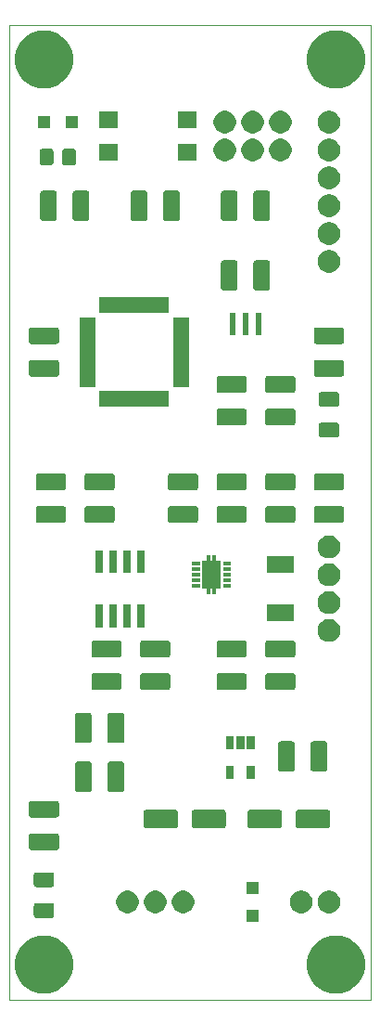
<source format=gbr>
G04 #@! TF.GenerationSoftware,KiCad,Pcbnew,(5.0.2)-1*
G04 #@! TF.CreationDate,2020-06-25T12:03:09-05:00*
G04 #@! TF.ProjectId,ProximityMother_V1,50726f78-696d-4697-9479-4d6f74686572,V1*
G04 #@! TF.SameCoordinates,Original*
G04 #@! TF.FileFunction,Soldermask,Top*
G04 #@! TF.FilePolarity,Negative*
%FSLAX46Y46*%
G04 Gerber Fmt 4.6, Leading zero omitted, Abs format (unit mm)*
G04 Created by KiCad (PCBNEW (5.0.2)-1) date 6/25/2020 12:03:09 PM*
%MOMM*%
%LPD*%
G01*
G04 APERTURE LIST*
%ADD10C,0.025400*%
%ADD11C,0.100000*%
G04 APERTURE END LIST*
D10*
X83820000Y-160020000D02*
X83820000Y-71120000D01*
X116840000Y-160020000D02*
X83820000Y-160020000D01*
X116840000Y-71120000D02*
X116840000Y-160020000D01*
X83820000Y-71120000D02*
X116840000Y-71120000D01*
D11*
G36*
X114096791Y-154228156D02*
X114438212Y-154296069D01*
X114920623Y-154495890D01*
X115354788Y-154785990D01*
X115724010Y-155155212D01*
X116014110Y-155589377D01*
X116213931Y-156071788D01*
X116315800Y-156583920D01*
X116315800Y-157106080D01*
X116213931Y-157618212D01*
X116014110Y-158100623D01*
X115724010Y-158534788D01*
X115354788Y-158904010D01*
X114920623Y-159194110D01*
X114438212Y-159393931D01*
X114096791Y-159461844D01*
X113926081Y-159495800D01*
X113403919Y-159495800D01*
X113233209Y-159461844D01*
X112891788Y-159393931D01*
X112409377Y-159194110D01*
X111975212Y-158904010D01*
X111605990Y-158534788D01*
X111315890Y-158100623D01*
X111116069Y-157618212D01*
X111014200Y-157106080D01*
X111014200Y-156583920D01*
X111116069Y-156071788D01*
X111315890Y-155589377D01*
X111605990Y-155155212D01*
X111975212Y-154785990D01*
X112409377Y-154495890D01*
X112891788Y-154296069D01*
X113233209Y-154228156D01*
X113403919Y-154194200D01*
X113926081Y-154194200D01*
X114096791Y-154228156D01*
X114096791Y-154228156D01*
G37*
G36*
X87426791Y-154228156D02*
X87768212Y-154296069D01*
X88250623Y-154495890D01*
X88684788Y-154785990D01*
X89054010Y-155155212D01*
X89344110Y-155589377D01*
X89543931Y-156071788D01*
X89645800Y-156583920D01*
X89645800Y-157106080D01*
X89543931Y-157618212D01*
X89344110Y-158100623D01*
X89054010Y-158534788D01*
X88684788Y-158904010D01*
X88250623Y-159194110D01*
X87768212Y-159393931D01*
X87426791Y-159461844D01*
X87256081Y-159495800D01*
X86733919Y-159495800D01*
X86563209Y-159461844D01*
X86221788Y-159393931D01*
X85739377Y-159194110D01*
X85305212Y-158904010D01*
X84935990Y-158534788D01*
X84645890Y-158100623D01*
X84446069Y-157618212D01*
X84344200Y-157106080D01*
X84344200Y-156583920D01*
X84446069Y-156071788D01*
X84645890Y-155589377D01*
X84935990Y-155155212D01*
X85305212Y-154785990D01*
X85739377Y-154495890D01*
X86221788Y-154296069D01*
X86563209Y-154228156D01*
X86733919Y-154194200D01*
X87256081Y-154194200D01*
X87426791Y-154228156D01*
X87426791Y-154228156D01*
G37*
G36*
X106595800Y-152930800D02*
X105494200Y-152930800D01*
X105494200Y-151829200D01*
X106595800Y-151829200D01*
X106595800Y-152930800D01*
X106595800Y-152930800D01*
G37*
G36*
X87727699Y-151224049D02*
X87772648Y-151237684D01*
X87814074Y-151259827D01*
X87850379Y-151289621D01*
X87880173Y-151325926D01*
X87902316Y-151367352D01*
X87915951Y-151412301D01*
X87920800Y-151461533D01*
X87920800Y-152328467D01*
X87915951Y-152377699D01*
X87902316Y-152422648D01*
X87880173Y-152464074D01*
X87850379Y-152500379D01*
X87814074Y-152530173D01*
X87772648Y-152552316D01*
X87727699Y-152565951D01*
X87678467Y-152570800D01*
X86311533Y-152570800D01*
X86262301Y-152565951D01*
X86217352Y-152552316D01*
X86175926Y-152530173D01*
X86139621Y-152500379D01*
X86109827Y-152464074D01*
X86087684Y-152422648D01*
X86074049Y-152377699D01*
X86069200Y-152328467D01*
X86069200Y-151461533D01*
X86074049Y-151412301D01*
X86087684Y-151367352D01*
X86109827Y-151325926D01*
X86139621Y-151289621D01*
X86175926Y-151259827D01*
X86217352Y-151237684D01*
X86262301Y-151224049D01*
X86311533Y-151219200D01*
X87678467Y-151219200D01*
X87727699Y-151224049D01*
X87727699Y-151224049D01*
G37*
G36*
X97458766Y-150128620D02*
X97648286Y-150207122D01*
X97648288Y-150207123D01*
X97818854Y-150321092D01*
X97963907Y-150466145D01*
X98077878Y-150636714D01*
X98156380Y-150826234D01*
X98196400Y-151027431D01*
X98196400Y-151232569D01*
X98160650Y-151412301D01*
X98156380Y-151433765D01*
X98077877Y-151623288D01*
X97963908Y-151793854D01*
X97818854Y-151938908D01*
X97648288Y-152052877D01*
X97648287Y-152052878D01*
X97648286Y-152052878D01*
X97458766Y-152131380D01*
X97257569Y-152171400D01*
X97052431Y-152171400D01*
X96851234Y-152131380D01*
X96661714Y-152052878D01*
X96661713Y-152052878D01*
X96661712Y-152052877D01*
X96491146Y-151938908D01*
X96346092Y-151793854D01*
X96232123Y-151623288D01*
X96153620Y-151433765D01*
X96149351Y-151412301D01*
X96113600Y-151232569D01*
X96113600Y-151027431D01*
X96153620Y-150826234D01*
X96232122Y-150636714D01*
X96346093Y-150466145D01*
X96491146Y-150321092D01*
X96661712Y-150207123D01*
X96661714Y-150207122D01*
X96851234Y-150128620D01*
X97052431Y-150088600D01*
X97257569Y-150088600D01*
X97458766Y-150128620D01*
X97458766Y-150128620D01*
G37*
G36*
X99998766Y-150128620D02*
X100188286Y-150207122D01*
X100188288Y-150207123D01*
X100358854Y-150321092D01*
X100503907Y-150466145D01*
X100617878Y-150636714D01*
X100696380Y-150826234D01*
X100736400Y-151027431D01*
X100736400Y-151232569D01*
X100700650Y-151412301D01*
X100696380Y-151433765D01*
X100617877Y-151623288D01*
X100503908Y-151793854D01*
X100358854Y-151938908D01*
X100188288Y-152052877D01*
X100188287Y-152052878D01*
X100188286Y-152052878D01*
X99998766Y-152131380D01*
X99797569Y-152171400D01*
X99592431Y-152171400D01*
X99391234Y-152131380D01*
X99201714Y-152052878D01*
X99201713Y-152052878D01*
X99201712Y-152052877D01*
X99031146Y-151938908D01*
X98886092Y-151793854D01*
X98772123Y-151623288D01*
X98693620Y-151433765D01*
X98689351Y-151412301D01*
X98653600Y-151232569D01*
X98653600Y-151027431D01*
X98693620Y-150826234D01*
X98772122Y-150636714D01*
X98886093Y-150466145D01*
X99031146Y-150321092D01*
X99201712Y-150207123D01*
X99201714Y-150207122D01*
X99391234Y-150128620D01*
X99592431Y-150088600D01*
X99797569Y-150088600D01*
X99998766Y-150128620D01*
X99998766Y-150128620D01*
G37*
G36*
X113333766Y-150128620D02*
X113523286Y-150207122D01*
X113523288Y-150207123D01*
X113693854Y-150321092D01*
X113838907Y-150466145D01*
X113952878Y-150636714D01*
X114031380Y-150826234D01*
X114071400Y-151027431D01*
X114071400Y-151232569D01*
X114035650Y-151412301D01*
X114031380Y-151433765D01*
X113952877Y-151623288D01*
X113838908Y-151793854D01*
X113693854Y-151938908D01*
X113523288Y-152052877D01*
X113523287Y-152052878D01*
X113523286Y-152052878D01*
X113333766Y-152131380D01*
X113132569Y-152171400D01*
X112927431Y-152171400D01*
X112726234Y-152131380D01*
X112536714Y-152052878D01*
X112536713Y-152052878D01*
X112536712Y-152052877D01*
X112366146Y-151938908D01*
X112221092Y-151793854D01*
X112107123Y-151623288D01*
X112028620Y-151433765D01*
X112024351Y-151412301D01*
X111988600Y-151232569D01*
X111988600Y-151027431D01*
X112028620Y-150826234D01*
X112107122Y-150636714D01*
X112221093Y-150466145D01*
X112366146Y-150321092D01*
X112536712Y-150207123D01*
X112536714Y-150207122D01*
X112726234Y-150128620D01*
X112927431Y-150088600D01*
X113132569Y-150088600D01*
X113333766Y-150128620D01*
X113333766Y-150128620D01*
G37*
G36*
X110793766Y-150128620D02*
X110983286Y-150207122D01*
X110983288Y-150207123D01*
X111153854Y-150321092D01*
X111298907Y-150466145D01*
X111412878Y-150636714D01*
X111491380Y-150826234D01*
X111531400Y-151027431D01*
X111531400Y-151232569D01*
X111495650Y-151412301D01*
X111491380Y-151433765D01*
X111412877Y-151623288D01*
X111298908Y-151793854D01*
X111153854Y-151938908D01*
X110983288Y-152052877D01*
X110983287Y-152052878D01*
X110983286Y-152052878D01*
X110793766Y-152131380D01*
X110592569Y-152171400D01*
X110387431Y-152171400D01*
X110186234Y-152131380D01*
X109996714Y-152052878D01*
X109996713Y-152052878D01*
X109996712Y-152052877D01*
X109826146Y-151938908D01*
X109681092Y-151793854D01*
X109567123Y-151623288D01*
X109488620Y-151433765D01*
X109484351Y-151412301D01*
X109448600Y-151232569D01*
X109448600Y-151027431D01*
X109488620Y-150826234D01*
X109567122Y-150636714D01*
X109681093Y-150466145D01*
X109826146Y-150321092D01*
X109996712Y-150207123D01*
X109996714Y-150207122D01*
X110186234Y-150128620D01*
X110387431Y-150088600D01*
X110592569Y-150088600D01*
X110793766Y-150128620D01*
X110793766Y-150128620D01*
G37*
G36*
X94918766Y-150128620D02*
X95108286Y-150207122D01*
X95108288Y-150207123D01*
X95278854Y-150321092D01*
X95423907Y-150466145D01*
X95537878Y-150636714D01*
X95616380Y-150826234D01*
X95656400Y-151027431D01*
X95656400Y-151232569D01*
X95620650Y-151412301D01*
X95616380Y-151433765D01*
X95537877Y-151623288D01*
X95423908Y-151793854D01*
X95278854Y-151938908D01*
X95108288Y-152052877D01*
X95108287Y-152052878D01*
X95108286Y-152052878D01*
X94918766Y-152131380D01*
X94717569Y-152171400D01*
X94512431Y-152171400D01*
X94311234Y-152131380D01*
X94121714Y-152052878D01*
X94121713Y-152052878D01*
X94121712Y-152052877D01*
X93951146Y-151938908D01*
X93806092Y-151793854D01*
X93692123Y-151623288D01*
X93613620Y-151433765D01*
X93609351Y-151412301D01*
X93573600Y-151232569D01*
X93573600Y-151027431D01*
X93613620Y-150826234D01*
X93692122Y-150636714D01*
X93806093Y-150466145D01*
X93951146Y-150321092D01*
X94121712Y-150207123D01*
X94121714Y-150207122D01*
X94311234Y-150128620D01*
X94512431Y-150088600D01*
X94717569Y-150088600D01*
X94918766Y-150128620D01*
X94918766Y-150128620D01*
G37*
G36*
X106595800Y-150430800D02*
X105494200Y-150430800D01*
X105494200Y-149329200D01*
X106595800Y-149329200D01*
X106595800Y-150430800D01*
X106595800Y-150430800D01*
G37*
G36*
X87727699Y-148424049D02*
X87772648Y-148437684D01*
X87814074Y-148459827D01*
X87850379Y-148489621D01*
X87880173Y-148525926D01*
X87902316Y-148567352D01*
X87915951Y-148612301D01*
X87920800Y-148661533D01*
X87920800Y-149528467D01*
X87915951Y-149577699D01*
X87902316Y-149622648D01*
X87880173Y-149664074D01*
X87850379Y-149700379D01*
X87814074Y-149730173D01*
X87772648Y-149752316D01*
X87727699Y-149765951D01*
X87678467Y-149770800D01*
X86311533Y-149770800D01*
X86262301Y-149765951D01*
X86217352Y-149752316D01*
X86175926Y-149730173D01*
X86139621Y-149700379D01*
X86109827Y-149664074D01*
X86087684Y-149622648D01*
X86074049Y-149577699D01*
X86069200Y-149528467D01*
X86069200Y-148661533D01*
X86074049Y-148612301D01*
X86087684Y-148567352D01*
X86109827Y-148525926D01*
X86139621Y-148489621D01*
X86175926Y-148459827D01*
X86217352Y-148437684D01*
X86262301Y-148424049D01*
X86311533Y-148419200D01*
X87678467Y-148419200D01*
X87727699Y-148424049D01*
X87727699Y-148424049D01*
G37*
G36*
X88181716Y-144873953D02*
X88225729Y-144887304D01*
X88266291Y-144908985D01*
X88301840Y-144938160D01*
X88331015Y-144973709D01*
X88352696Y-145014271D01*
X88366047Y-145058284D01*
X88370800Y-145106542D01*
X88370800Y-146158458D01*
X88366047Y-146206716D01*
X88352696Y-146250729D01*
X88331015Y-146291291D01*
X88301840Y-146326840D01*
X88266291Y-146356015D01*
X88225729Y-146377696D01*
X88181716Y-146391047D01*
X88133458Y-146395800D01*
X85856542Y-146395800D01*
X85808284Y-146391047D01*
X85764271Y-146377696D01*
X85723709Y-146356015D01*
X85688160Y-146326840D01*
X85658985Y-146291291D01*
X85637304Y-146250729D01*
X85623953Y-146206716D01*
X85619200Y-146158458D01*
X85619200Y-145106542D01*
X85623953Y-145058284D01*
X85637304Y-145014271D01*
X85658985Y-144973709D01*
X85688160Y-144938160D01*
X85723709Y-144908985D01*
X85764271Y-144887304D01*
X85808284Y-144873953D01*
X85856542Y-144869200D01*
X88133458Y-144869200D01*
X88181716Y-144873953D01*
X88181716Y-144873953D01*
G37*
G36*
X112937855Y-142715878D02*
X112981136Y-142729007D01*
X113021025Y-142750328D01*
X113055982Y-142779018D01*
X113084672Y-142813975D01*
X113105993Y-142853864D01*
X113119122Y-142897145D01*
X113123800Y-142944642D01*
X113123800Y-144179358D01*
X113119122Y-144226855D01*
X113105993Y-144270136D01*
X113084672Y-144310025D01*
X113055982Y-144344982D01*
X113021025Y-144373672D01*
X112981136Y-144394993D01*
X112937855Y-144408122D01*
X112890358Y-144412800D01*
X110255642Y-144412800D01*
X110208145Y-144408122D01*
X110164864Y-144394993D01*
X110124975Y-144373672D01*
X110090018Y-144344982D01*
X110061328Y-144310025D01*
X110040007Y-144270136D01*
X110026878Y-144226855D01*
X110022200Y-144179358D01*
X110022200Y-142944642D01*
X110026878Y-142897145D01*
X110040007Y-142853864D01*
X110061328Y-142813975D01*
X110090018Y-142779018D01*
X110124975Y-142750328D01*
X110164864Y-142729007D01*
X110208145Y-142715878D01*
X110255642Y-142711200D01*
X112890358Y-142711200D01*
X112937855Y-142715878D01*
X112937855Y-142715878D01*
G37*
G36*
X108537855Y-142715878D02*
X108581136Y-142729007D01*
X108621025Y-142750328D01*
X108655982Y-142779018D01*
X108684672Y-142813975D01*
X108705993Y-142853864D01*
X108719122Y-142897145D01*
X108723800Y-142944642D01*
X108723800Y-144179358D01*
X108719122Y-144226855D01*
X108705993Y-144270136D01*
X108684672Y-144310025D01*
X108655982Y-144344982D01*
X108621025Y-144373672D01*
X108581136Y-144394993D01*
X108537855Y-144408122D01*
X108490358Y-144412800D01*
X105855642Y-144412800D01*
X105808145Y-144408122D01*
X105764864Y-144394993D01*
X105724975Y-144373672D01*
X105690018Y-144344982D01*
X105661328Y-144310025D01*
X105640007Y-144270136D01*
X105626878Y-144226855D01*
X105622200Y-144179358D01*
X105622200Y-142944642D01*
X105626878Y-142897145D01*
X105640007Y-142853864D01*
X105661328Y-142813975D01*
X105690018Y-142779018D01*
X105724975Y-142750328D01*
X105764864Y-142729007D01*
X105808145Y-142715878D01*
X105855642Y-142711200D01*
X108490358Y-142711200D01*
X108537855Y-142715878D01*
X108537855Y-142715878D01*
G37*
G36*
X99013055Y-142715878D02*
X99056336Y-142729007D01*
X99096225Y-142750328D01*
X99131182Y-142779018D01*
X99159872Y-142813975D01*
X99181193Y-142853864D01*
X99194322Y-142897145D01*
X99199000Y-142944642D01*
X99199000Y-144179358D01*
X99194322Y-144226855D01*
X99181193Y-144270136D01*
X99159872Y-144310025D01*
X99131182Y-144344982D01*
X99096225Y-144373672D01*
X99056336Y-144394993D01*
X99013055Y-144408122D01*
X98965558Y-144412800D01*
X96330842Y-144412800D01*
X96283345Y-144408122D01*
X96240064Y-144394993D01*
X96200175Y-144373672D01*
X96165218Y-144344982D01*
X96136528Y-144310025D01*
X96115207Y-144270136D01*
X96102078Y-144226855D01*
X96097400Y-144179358D01*
X96097400Y-142944642D01*
X96102078Y-142897145D01*
X96115207Y-142853864D01*
X96136528Y-142813975D01*
X96165218Y-142779018D01*
X96200175Y-142750328D01*
X96240064Y-142729007D01*
X96283345Y-142715878D01*
X96330842Y-142711200D01*
X98965558Y-142711200D01*
X99013055Y-142715878D01*
X99013055Y-142715878D01*
G37*
G36*
X103413055Y-142715878D02*
X103456336Y-142729007D01*
X103496225Y-142750328D01*
X103531182Y-142779018D01*
X103559872Y-142813975D01*
X103581193Y-142853864D01*
X103594322Y-142897145D01*
X103599000Y-142944642D01*
X103599000Y-144179358D01*
X103594322Y-144226855D01*
X103581193Y-144270136D01*
X103559872Y-144310025D01*
X103531182Y-144344982D01*
X103496225Y-144373672D01*
X103456336Y-144394993D01*
X103413055Y-144408122D01*
X103365558Y-144412800D01*
X100730842Y-144412800D01*
X100683345Y-144408122D01*
X100640064Y-144394993D01*
X100600175Y-144373672D01*
X100565218Y-144344982D01*
X100536528Y-144310025D01*
X100515207Y-144270136D01*
X100502078Y-144226855D01*
X100497400Y-144179358D01*
X100497400Y-142944642D01*
X100502078Y-142897145D01*
X100515207Y-142853864D01*
X100536528Y-142813975D01*
X100565218Y-142779018D01*
X100600175Y-142750328D01*
X100640064Y-142729007D01*
X100683345Y-142715878D01*
X100730842Y-142711200D01*
X103365558Y-142711200D01*
X103413055Y-142715878D01*
X103413055Y-142715878D01*
G37*
G36*
X88181716Y-141898953D02*
X88225729Y-141912304D01*
X88266291Y-141933985D01*
X88301840Y-141963160D01*
X88331015Y-141998709D01*
X88352696Y-142039271D01*
X88366047Y-142083284D01*
X88370800Y-142131542D01*
X88370800Y-143183458D01*
X88366047Y-143231716D01*
X88352696Y-143275729D01*
X88331015Y-143316291D01*
X88301840Y-143351840D01*
X88266291Y-143381015D01*
X88225729Y-143402696D01*
X88181716Y-143416047D01*
X88133458Y-143420800D01*
X85856542Y-143420800D01*
X85808284Y-143416047D01*
X85764271Y-143402696D01*
X85723709Y-143381015D01*
X85688160Y-143351840D01*
X85658985Y-143316291D01*
X85637304Y-143275729D01*
X85623953Y-143231716D01*
X85619200Y-143183458D01*
X85619200Y-142131542D01*
X85623953Y-142083284D01*
X85637304Y-142039271D01*
X85658985Y-141998709D01*
X85688160Y-141963160D01*
X85723709Y-141933985D01*
X85764271Y-141912304D01*
X85808284Y-141898953D01*
X85856542Y-141894200D01*
X88133458Y-141894200D01*
X88181716Y-141898953D01*
X88181716Y-141898953D01*
G37*
G36*
X94136716Y-138328953D02*
X94180729Y-138342304D01*
X94221291Y-138363985D01*
X94256840Y-138393160D01*
X94286015Y-138428709D01*
X94307696Y-138469271D01*
X94321047Y-138513284D01*
X94325800Y-138561542D01*
X94325800Y-140838458D01*
X94321047Y-140886716D01*
X94307696Y-140930729D01*
X94286015Y-140971291D01*
X94256840Y-141006840D01*
X94221291Y-141036015D01*
X94180729Y-141057696D01*
X94136716Y-141071047D01*
X94088458Y-141075800D01*
X93036542Y-141075800D01*
X92988284Y-141071047D01*
X92944271Y-141057696D01*
X92903709Y-141036015D01*
X92868160Y-141006840D01*
X92838985Y-140971291D01*
X92817304Y-140930729D01*
X92803953Y-140886716D01*
X92799200Y-140838458D01*
X92799200Y-138561542D01*
X92803953Y-138513284D01*
X92817304Y-138469271D01*
X92838985Y-138428709D01*
X92868160Y-138393160D01*
X92903709Y-138363985D01*
X92944271Y-138342304D01*
X92988284Y-138328953D01*
X93036542Y-138324200D01*
X94088458Y-138324200D01*
X94136716Y-138328953D01*
X94136716Y-138328953D01*
G37*
G36*
X91161716Y-138328953D02*
X91205729Y-138342304D01*
X91246291Y-138363985D01*
X91281840Y-138393160D01*
X91311015Y-138428709D01*
X91332696Y-138469271D01*
X91346047Y-138513284D01*
X91350800Y-138561542D01*
X91350800Y-140838458D01*
X91346047Y-140886716D01*
X91332696Y-140930729D01*
X91311015Y-140971291D01*
X91281840Y-141006840D01*
X91246291Y-141036015D01*
X91205729Y-141057696D01*
X91161716Y-141071047D01*
X91113458Y-141075800D01*
X90061542Y-141075800D01*
X90013284Y-141071047D01*
X89969271Y-141057696D01*
X89928709Y-141036015D01*
X89893160Y-141006840D01*
X89863985Y-140971291D01*
X89842304Y-140930729D01*
X89828953Y-140886716D01*
X89824200Y-140838458D01*
X89824200Y-138561542D01*
X89828953Y-138513284D01*
X89842304Y-138469271D01*
X89863985Y-138428709D01*
X89893160Y-138393160D01*
X89928709Y-138363985D01*
X89969271Y-138342304D01*
X90013284Y-138328953D01*
X90061542Y-138324200D01*
X91113458Y-138324200D01*
X91161716Y-138328953D01*
X91161716Y-138328953D01*
G37*
G36*
X106248000Y-139872000D02*
X105508000Y-139872000D01*
X105508000Y-138682000D01*
X106248000Y-138682000D01*
X106248000Y-139872000D01*
X106248000Y-139872000D01*
G37*
G36*
X104348000Y-139872000D02*
X103608000Y-139872000D01*
X103608000Y-138682000D01*
X104348000Y-138682000D01*
X104348000Y-139872000D01*
X104348000Y-139872000D01*
G37*
G36*
X109729716Y-136475953D02*
X109773729Y-136489304D01*
X109814291Y-136510985D01*
X109849840Y-136540160D01*
X109879015Y-136575709D01*
X109900696Y-136616271D01*
X109914047Y-136660284D01*
X109918800Y-136708542D01*
X109918800Y-138985458D01*
X109914047Y-139033716D01*
X109900696Y-139077729D01*
X109879015Y-139118291D01*
X109849840Y-139153840D01*
X109814291Y-139183015D01*
X109773729Y-139204696D01*
X109729716Y-139218047D01*
X109681458Y-139222800D01*
X108629542Y-139222800D01*
X108581284Y-139218047D01*
X108537271Y-139204696D01*
X108496709Y-139183015D01*
X108461160Y-139153840D01*
X108431985Y-139118291D01*
X108410304Y-139077729D01*
X108396953Y-139033716D01*
X108392200Y-138985458D01*
X108392200Y-136708542D01*
X108396953Y-136660284D01*
X108410304Y-136616271D01*
X108431985Y-136575709D01*
X108461160Y-136540160D01*
X108496709Y-136510985D01*
X108537271Y-136489304D01*
X108581284Y-136475953D01*
X108629542Y-136471200D01*
X109681458Y-136471200D01*
X109729716Y-136475953D01*
X109729716Y-136475953D01*
G37*
G36*
X112704716Y-136475953D02*
X112748729Y-136489304D01*
X112789291Y-136510985D01*
X112824840Y-136540160D01*
X112854015Y-136575709D01*
X112875696Y-136616271D01*
X112889047Y-136660284D01*
X112893800Y-136708542D01*
X112893800Y-138985458D01*
X112889047Y-139033716D01*
X112875696Y-139077729D01*
X112854015Y-139118291D01*
X112824840Y-139153840D01*
X112789291Y-139183015D01*
X112748729Y-139204696D01*
X112704716Y-139218047D01*
X112656458Y-139222800D01*
X111604542Y-139222800D01*
X111556284Y-139218047D01*
X111512271Y-139204696D01*
X111471709Y-139183015D01*
X111436160Y-139153840D01*
X111406985Y-139118291D01*
X111385304Y-139077729D01*
X111371953Y-139033716D01*
X111367200Y-138985458D01*
X111367200Y-136708542D01*
X111371953Y-136660284D01*
X111385304Y-136616271D01*
X111406985Y-136575709D01*
X111436160Y-136540160D01*
X111471709Y-136510985D01*
X111512271Y-136489304D01*
X111556284Y-136475953D01*
X111604542Y-136471200D01*
X112656458Y-136471200D01*
X112704716Y-136475953D01*
X112704716Y-136475953D01*
G37*
G36*
X105298000Y-137172000D02*
X104558000Y-137172000D01*
X104558000Y-135982000D01*
X105298000Y-135982000D01*
X105298000Y-137172000D01*
X105298000Y-137172000D01*
G37*
G36*
X104348000Y-137172000D02*
X103608000Y-137172000D01*
X103608000Y-135982000D01*
X104348000Y-135982000D01*
X104348000Y-137172000D01*
X104348000Y-137172000D01*
G37*
G36*
X106248000Y-137172000D02*
X105508000Y-137172000D01*
X105508000Y-135982000D01*
X106248000Y-135982000D01*
X106248000Y-137172000D01*
X106248000Y-137172000D01*
G37*
G36*
X94136716Y-133883953D02*
X94180729Y-133897304D01*
X94221291Y-133918985D01*
X94256840Y-133948160D01*
X94286015Y-133983709D01*
X94307696Y-134024271D01*
X94321047Y-134068284D01*
X94325800Y-134116542D01*
X94325800Y-136393458D01*
X94321047Y-136441716D01*
X94307696Y-136485729D01*
X94286015Y-136526291D01*
X94256840Y-136561840D01*
X94221291Y-136591015D01*
X94180729Y-136612696D01*
X94136716Y-136626047D01*
X94088458Y-136630800D01*
X93036542Y-136630800D01*
X92988284Y-136626047D01*
X92944271Y-136612696D01*
X92903709Y-136591015D01*
X92868160Y-136561840D01*
X92838985Y-136526291D01*
X92817304Y-136485729D01*
X92803953Y-136441716D01*
X92799200Y-136393458D01*
X92799200Y-134116542D01*
X92803953Y-134068284D01*
X92817304Y-134024271D01*
X92838985Y-133983709D01*
X92868160Y-133948160D01*
X92903709Y-133918985D01*
X92944271Y-133897304D01*
X92988284Y-133883953D01*
X93036542Y-133879200D01*
X94088458Y-133879200D01*
X94136716Y-133883953D01*
X94136716Y-133883953D01*
G37*
G36*
X91161716Y-133883953D02*
X91205729Y-133897304D01*
X91246291Y-133918985D01*
X91281840Y-133948160D01*
X91311015Y-133983709D01*
X91332696Y-134024271D01*
X91346047Y-134068284D01*
X91350800Y-134116542D01*
X91350800Y-136393458D01*
X91346047Y-136441716D01*
X91332696Y-136485729D01*
X91311015Y-136526291D01*
X91281840Y-136561840D01*
X91246291Y-136591015D01*
X91205729Y-136612696D01*
X91161716Y-136626047D01*
X91113458Y-136630800D01*
X90061542Y-136630800D01*
X90013284Y-136626047D01*
X89969271Y-136612696D01*
X89928709Y-136591015D01*
X89893160Y-136561840D01*
X89863985Y-136526291D01*
X89842304Y-136485729D01*
X89828953Y-136441716D01*
X89824200Y-136393458D01*
X89824200Y-134116542D01*
X89828953Y-134068284D01*
X89842304Y-134024271D01*
X89863985Y-133983709D01*
X89893160Y-133948160D01*
X89928709Y-133918985D01*
X89969271Y-133897304D01*
X90013284Y-133883953D01*
X90061542Y-133879200D01*
X91113458Y-133879200D01*
X91161716Y-133883953D01*
X91161716Y-133883953D01*
G37*
G36*
X93896716Y-130268953D02*
X93940729Y-130282304D01*
X93981291Y-130303985D01*
X94016840Y-130333160D01*
X94046015Y-130368709D01*
X94067696Y-130409271D01*
X94081047Y-130453284D01*
X94085800Y-130501542D01*
X94085800Y-131553458D01*
X94081047Y-131601716D01*
X94067696Y-131645729D01*
X94046015Y-131686291D01*
X94016840Y-131721840D01*
X93981291Y-131751015D01*
X93940729Y-131772696D01*
X93896716Y-131786047D01*
X93848458Y-131790800D01*
X91571542Y-131790800D01*
X91523284Y-131786047D01*
X91479271Y-131772696D01*
X91438709Y-131751015D01*
X91403160Y-131721840D01*
X91373985Y-131686291D01*
X91352304Y-131645729D01*
X91338953Y-131601716D01*
X91334200Y-131553458D01*
X91334200Y-130501542D01*
X91338953Y-130453284D01*
X91352304Y-130409271D01*
X91373985Y-130368709D01*
X91403160Y-130333160D01*
X91438709Y-130303985D01*
X91479271Y-130282304D01*
X91523284Y-130268953D01*
X91571542Y-130264200D01*
X93848458Y-130264200D01*
X93896716Y-130268953D01*
X93896716Y-130268953D01*
G37*
G36*
X98341716Y-130268953D02*
X98385729Y-130282304D01*
X98426291Y-130303985D01*
X98461840Y-130333160D01*
X98491015Y-130368709D01*
X98512696Y-130409271D01*
X98526047Y-130453284D01*
X98530800Y-130501542D01*
X98530800Y-131553458D01*
X98526047Y-131601716D01*
X98512696Y-131645729D01*
X98491015Y-131686291D01*
X98461840Y-131721840D01*
X98426291Y-131751015D01*
X98385729Y-131772696D01*
X98341716Y-131786047D01*
X98293458Y-131790800D01*
X96016542Y-131790800D01*
X95968284Y-131786047D01*
X95924271Y-131772696D01*
X95883709Y-131751015D01*
X95848160Y-131721840D01*
X95818985Y-131686291D01*
X95797304Y-131645729D01*
X95783953Y-131601716D01*
X95779200Y-131553458D01*
X95779200Y-130501542D01*
X95783953Y-130453284D01*
X95797304Y-130409271D01*
X95818985Y-130368709D01*
X95848160Y-130333160D01*
X95883709Y-130303985D01*
X95924271Y-130282304D01*
X95968284Y-130268953D01*
X96016542Y-130264200D01*
X98293458Y-130264200D01*
X98341716Y-130268953D01*
X98341716Y-130268953D01*
G37*
G36*
X109771716Y-130268953D02*
X109815729Y-130282304D01*
X109856291Y-130303985D01*
X109891840Y-130333160D01*
X109921015Y-130368709D01*
X109942696Y-130409271D01*
X109956047Y-130453284D01*
X109960800Y-130501542D01*
X109960800Y-131553458D01*
X109956047Y-131601716D01*
X109942696Y-131645729D01*
X109921015Y-131686291D01*
X109891840Y-131721840D01*
X109856291Y-131751015D01*
X109815729Y-131772696D01*
X109771716Y-131786047D01*
X109723458Y-131790800D01*
X107446542Y-131790800D01*
X107398284Y-131786047D01*
X107354271Y-131772696D01*
X107313709Y-131751015D01*
X107278160Y-131721840D01*
X107248985Y-131686291D01*
X107227304Y-131645729D01*
X107213953Y-131601716D01*
X107209200Y-131553458D01*
X107209200Y-130501542D01*
X107213953Y-130453284D01*
X107227304Y-130409271D01*
X107248985Y-130368709D01*
X107278160Y-130333160D01*
X107313709Y-130303985D01*
X107354271Y-130282304D01*
X107398284Y-130268953D01*
X107446542Y-130264200D01*
X109723458Y-130264200D01*
X109771716Y-130268953D01*
X109771716Y-130268953D01*
G37*
G36*
X105326716Y-130268953D02*
X105370729Y-130282304D01*
X105411291Y-130303985D01*
X105446840Y-130333160D01*
X105476015Y-130368709D01*
X105497696Y-130409271D01*
X105511047Y-130453284D01*
X105515800Y-130501542D01*
X105515800Y-131553458D01*
X105511047Y-131601716D01*
X105497696Y-131645729D01*
X105476015Y-131686291D01*
X105446840Y-131721840D01*
X105411291Y-131751015D01*
X105370729Y-131772696D01*
X105326716Y-131786047D01*
X105278458Y-131790800D01*
X103001542Y-131790800D01*
X102953284Y-131786047D01*
X102909271Y-131772696D01*
X102868709Y-131751015D01*
X102833160Y-131721840D01*
X102803985Y-131686291D01*
X102782304Y-131645729D01*
X102768953Y-131601716D01*
X102764200Y-131553458D01*
X102764200Y-130501542D01*
X102768953Y-130453284D01*
X102782304Y-130409271D01*
X102803985Y-130368709D01*
X102833160Y-130333160D01*
X102868709Y-130303985D01*
X102909271Y-130282304D01*
X102953284Y-130268953D01*
X103001542Y-130264200D01*
X105278458Y-130264200D01*
X105326716Y-130268953D01*
X105326716Y-130268953D01*
G37*
G36*
X98341716Y-127293953D02*
X98385729Y-127307304D01*
X98426291Y-127328985D01*
X98461840Y-127358160D01*
X98491015Y-127393709D01*
X98512696Y-127434271D01*
X98526047Y-127478284D01*
X98530800Y-127526542D01*
X98530800Y-128578458D01*
X98526047Y-128626716D01*
X98512696Y-128670729D01*
X98491015Y-128711291D01*
X98461840Y-128746840D01*
X98426291Y-128776015D01*
X98385729Y-128797696D01*
X98341716Y-128811047D01*
X98293458Y-128815800D01*
X96016542Y-128815800D01*
X95968284Y-128811047D01*
X95924271Y-128797696D01*
X95883709Y-128776015D01*
X95848160Y-128746840D01*
X95818985Y-128711291D01*
X95797304Y-128670729D01*
X95783953Y-128626716D01*
X95779200Y-128578458D01*
X95779200Y-127526542D01*
X95783953Y-127478284D01*
X95797304Y-127434271D01*
X95818985Y-127393709D01*
X95848160Y-127358160D01*
X95883709Y-127328985D01*
X95924271Y-127307304D01*
X95968284Y-127293953D01*
X96016542Y-127289200D01*
X98293458Y-127289200D01*
X98341716Y-127293953D01*
X98341716Y-127293953D01*
G37*
G36*
X105326716Y-127293953D02*
X105370729Y-127307304D01*
X105411291Y-127328985D01*
X105446840Y-127358160D01*
X105476015Y-127393709D01*
X105497696Y-127434271D01*
X105511047Y-127478284D01*
X105515800Y-127526542D01*
X105515800Y-128578458D01*
X105511047Y-128626716D01*
X105497696Y-128670729D01*
X105476015Y-128711291D01*
X105446840Y-128746840D01*
X105411291Y-128776015D01*
X105370729Y-128797696D01*
X105326716Y-128811047D01*
X105278458Y-128815800D01*
X103001542Y-128815800D01*
X102953284Y-128811047D01*
X102909271Y-128797696D01*
X102868709Y-128776015D01*
X102833160Y-128746840D01*
X102803985Y-128711291D01*
X102782304Y-128670729D01*
X102768953Y-128626716D01*
X102764200Y-128578458D01*
X102764200Y-127526542D01*
X102768953Y-127478284D01*
X102782304Y-127434271D01*
X102803985Y-127393709D01*
X102833160Y-127358160D01*
X102868709Y-127328985D01*
X102909271Y-127307304D01*
X102953284Y-127293953D01*
X103001542Y-127289200D01*
X105278458Y-127289200D01*
X105326716Y-127293953D01*
X105326716Y-127293953D01*
G37*
G36*
X109771716Y-127293953D02*
X109815729Y-127307304D01*
X109856291Y-127328985D01*
X109891840Y-127358160D01*
X109921015Y-127393709D01*
X109942696Y-127434271D01*
X109956047Y-127478284D01*
X109960800Y-127526542D01*
X109960800Y-128578458D01*
X109956047Y-128626716D01*
X109942696Y-128670729D01*
X109921015Y-128711291D01*
X109891840Y-128746840D01*
X109856291Y-128776015D01*
X109815729Y-128797696D01*
X109771716Y-128811047D01*
X109723458Y-128815800D01*
X107446542Y-128815800D01*
X107398284Y-128811047D01*
X107354271Y-128797696D01*
X107313709Y-128776015D01*
X107278160Y-128746840D01*
X107248985Y-128711291D01*
X107227304Y-128670729D01*
X107213953Y-128626716D01*
X107209200Y-128578458D01*
X107209200Y-127526542D01*
X107213953Y-127478284D01*
X107227304Y-127434271D01*
X107248985Y-127393709D01*
X107278160Y-127358160D01*
X107313709Y-127328985D01*
X107354271Y-127307304D01*
X107398284Y-127293953D01*
X107446542Y-127289200D01*
X109723458Y-127289200D01*
X109771716Y-127293953D01*
X109771716Y-127293953D01*
G37*
G36*
X93896716Y-127293953D02*
X93940729Y-127307304D01*
X93981291Y-127328985D01*
X94016840Y-127358160D01*
X94046015Y-127393709D01*
X94067696Y-127434271D01*
X94081047Y-127478284D01*
X94085800Y-127526542D01*
X94085800Y-128578458D01*
X94081047Y-128626716D01*
X94067696Y-128670729D01*
X94046015Y-128711291D01*
X94016840Y-128746840D01*
X93981291Y-128776015D01*
X93940729Y-128797696D01*
X93896716Y-128811047D01*
X93848458Y-128815800D01*
X91571542Y-128815800D01*
X91523284Y-128811047D01*
X91479271Y-128797696D01*
X91438709Y-128776015D01*
X91403160Y-128746840D01*
X91373985Y-128711291D01*
X91352304Y-128670729D01*
X91338953Y-128626716D01*
X91334200Y-128578458D01*
X91334200Y-127526542D01*
X91338953Y-127478284D01*
X91352304Y-127434271D01*
X91373985Y-127393709D01*
X91403160Y-127358160D01*
X91438709Y-127328985D01*
X91479271Y-127307304D01*
X91523284Y-127293953D01*
X91571542Y-127289200D01*
X93848458Y-127289200D01*
X93896716Y-127293953D01*
X93896716Y-127293953D01*
G37*
G36*
X113333766Y-125363620D02*
X113523286Y-125442122D01*
X113523288Y-125442123D01*
X113693854Y-125556092D01*
X113838908Y-125701146D01*
X113952877Y-125871712D01*
X114031380Y-126061235D01*
X114071400Y-126262431D01*
X114071400Y-126467569D01*
X114031380Y-126668765D01*
X113952877Y-126858288D01*
X113838908Y-127028854D01*
X113693854Y-127173908D01*
X113523288Y-127287877D01*
X113523287Y-127287878D01*
X113523286Y-127287878D01*
X113333766Y-127366380D01*
X113132569Y-127406400D01*
X112927431Y-127406400D01*
X112726234Y-127366380D01*
X112536714Y-127287878D01*
X112536713Y-127287878D01*
X112536712Y-127287877D01*
X112366146Y-127173908D01*
X112221092Y-127028854D01*
X112107123Y-126858288D01*
X112028620Y-126668765D01*
X111988600Y-126467569D01*
X111988600Y-126262431D01*
X112028620Y-126061235D01*
X112107123Y-125871712D01*
X112221092Y-125701146D01*
X112366146Y-125556092D01*
X112536712Y-125442123D01*
X112536714Y-125442122D01*
X112726234Y-125363620D01*
X112927431Y-125323600D01*
X113132569Y-125323600D01*
X113333766Y-125363620D01*
X113333766Y-125363620D01*
G37*
G36*
X93690800Y-126065800D02*
X92999200Y-126065800D01*
X92999200Y-123994200D01*
X93690800Y-123994200D01*
X93690800Y-126065800D01*
X93690800Y-126065800D01*
G37*
G36*
X94960800Y-126065800D02*
X94269200Y-126065800D01*
X94269200Y-123994200D01*
X94960800Y-123994200D01*
X94960800Y-126065800D01*
X94960800Y-126065800D01*
G37*
G36*
X96230800Y-126065800D02*
X95539200Y-126065800D01*
X95539200Y-123994200D01*
X96230800Y-123994200D01*
X96230800Y-126065800D01*
X96230800Y-126065800D01*
G37*
G36*
X92420800Y-126065800D02*
X91729200Y-126065800D01*
X91729200Y-123994200D01*
X92420800Y-123994200D01*
X92420800Y-126065800D01*
X92420800Y-126065800D01*
G37*
G36*
X109785800Y-125505800D02*
X107384200Y-125505800D01*
X107384200Y-124004200D01*
X109785800Y-124004200D01*
X109785800Y-125505800D01*
X109785800Y-125505800D01*
G37*
G36*
X113333766Y-122823620D02*
X113523286Y-122902122D01*
X113523288Y-122902123D01*
X113693854Y-123016092D01*
X113838908Y-123161146D01*
X113952877Y-123331712D01*
X114031380Y-123521235D01*
X114071400Y-123722431D01*
X114071400Y-123927569D01*
X114031380Y-124128765D01*
X113952877Y-124318288D01*
X113838908Y-124488854D01*
X113693854Y-124633908D01*
X113523288Y-124747877D01*
X113523287Y-124747878D01*
X113523286Y-124747878D01*
X113333766Y-124826380D01*
X113132569Y-124866400D01*
X112927431Y-124866400D01*
X112726234Y-124826380D01*
X112536714Y-124747878D01*
X112536713Y-124747878D01*
X112536712Y-124747877D01*
X112366146Y-124633908D01*
X112221092Y-124488854D01*
X112107123Y-124318288D01*
X112028620Y-124128765D01*
X111988600Y-123927569D01*
X111988600Y-123722431D01*
X112028620Y-123521235D01*
X112107123Y-123331712D01*
X112221092Y-123161146D01*
X112366146Y-123016092D01*
X112536712Y-122902123D01*
X112536714Y-122902122D01*
X112726234Y-122823620D01*
X112927431Y-122783600D01*
X113132569Y-122783600D01*
X113333766Y-122823620D01*
X113333766Y-122823620D01*
G37*
G36*
X102220800Y-119983400D02*
X102221776Y-119993311D01*
X102224667Y-120002840D01*
X102229361Y-120011623D01*
X102235679Y-120019321D01*
X102243377Y-120025639D01*
X102252160Y-120030333D01*
X102261689Y-120033224D01*
X102271600Y-120034200D01*
X102318400Y-120034200D01*
X102328311Y-120033224D01*
X102337840Y-120030333D01*
X102346623Y-120025639D01*
X102354321Y-120019321D01*
X102360639Y-120011623D01*
X102365333Y-120002840D01*
X102368224Y-119993311D01*
X102369200Y-119983400D01*
X102369200Y-119534200D01*
X102720800Y-119534200D01*
X102720800Y-119983400D01*
X102721776Y-119993311D01*
X102724667Y-120002840D01*
X102729361Y-120011623D01*
X102735679Y-120019321D01*
X102743377Y-120025639D01*
X102752160Y-120030333D01*
X102761689Y-120033224D01*
X102771600Y-120034200D01*
X103170800Y-120034200D01*
X103170800Y-122535800D01*
X102771600Y-122535800D01*
X102761689Y-122536776D01*
X102752160Y-122539667D01*
X102743377Y-122544361D01*
X102735679Y-122550679D01*
X102729361Y-122558377D01*
X102724667Y-122567160D01*
X102721776Y-122576689D01*
X102720800Y-122586600D01*
X102720800Y-123035800D01*
X102369200Y-123035800D01*
X102369200Y-122586600D01*
X102368224Y-122576689D01*
X102365333Y-122567160D01*
X102360639Y-122558377D01*
X102354321Y-122550679D01*
X102346623Y-122544361D01*
X102337840Y-122539667D01*
X102328311Y-122536776D01*
X102318400Y-122535800D01*
X102271600Y-122535800D01*
X102261689Y-122536776D01*
X102252160Y-122539667D01*
X102243377Y-122544361D01*
X102235679Y-122550679D01*
X102229361Y-122558377D01*
X102224667Y-122567160D01*
X102221776Y-122576689D01*
X102220800Y-122586600D01*
X102220800Y-123035800D01*
X101869200Y-123035800D01*
X101869200Y-122586600D01*
X101868224Y-122576689D01*
X101865333Y-122567160D01*
X101860639Y-122558377D01*
X101854321Y-122550679D01*
X101846623Y-122544361D01*
X101837840Y-122539667D01*
X101828311Y-122536776D01*
X101818400Y-122535800D01*
X101419200Y-122535800D01*
X101419200Y-120034200D01*
X101818400Y-120034200D01*
X101828311Y-120033224D01*
X101837840Y-120030333D01*
X101846623Y-120025639D01*
X101854321Y-120019321D01*
X101860639Y-120011623D01*
X101865333Y-120002840D01*
X101868224Y-119993311D01*
X101869200Y-119983400D01*
X101869200Y-119534200D01*
X102220800Y-119534200D01*
X102220800Y-119983400D01*
X102220800Y-119983400D01*
G37*
G36*
X101245800Y-122455800D02*
X100544200Y-122455800D01*
X100544200Y-122114200D01*
X101245800Y-122114200D01*
X101245800Y-122455800D01*
X101245800Y-122455800D01*
G37*
G36*
X104045800Y-122455800D02*
X103344200Y-122455800D01*
X103344200Y-122114200D01*
X104045800Y-122114200D01*
X104045800Y-122455800D01*
X104045800Y-122455800D01*
G37*
G36*
X113333766Y-120283620D02*
X113523286Y-120362122D01*
X113523288Y-120362123D01*
X113693854Y-120476092D01*
X113838907Y-120621145D01*
X113952878Y-120791714D01*
X114031380Y-120981234D01*
X114071400Y-121182431D01*
X114071400Y-121387569D01*
X114031380Y-121588766D01*
X113952878Y-121778286D01*
X113952877Y-121778288D01*
X113838908Y-121948854D01*
X113693854Y-122093908D01*
X113523288Y-122207877D01*
X113523287Y-122207878D01*
X113523286Y-122207878D01*
X113333766Y-122286380D01*
X113132569Y-122326400D01*
X112927431Y-122326400D01*
X112726234Y-122286380D01*
X112536714Y-122207878D01*
X112536713Y-122207878D01*
X112536712Y-122207877D01*
X112366146Y-122093908D01*
X112221092Y-121948854D01*
X112107123Y-121778288D01*
X112107122Y-121778286D01*
X112028620Y-121588766D01*
X111988600Y-121387569D01*
X111988600Y-121182431D01*
X112028620Y-120981234D01*
X112107122Y-120791714D01*
X112221093Y-120621145D01*
X112366146Y-120476092D01*
X112536712Y-120362123D01*
X112536714Y-120362122D01*
X112726234Y-120283620D01*
X112927431Y-120243600D01*
X113132569Y-120243600D01*
X113333766Y-120283620D01*
X113333766Y-120283620D01*
G37*
G36*
X104045800Y-121955800D02*
X103344200Y-121955800D01*
X103344200Y-121614200D01*
X104045800Y-121614200D01*
X104045800Y-121955800D01*
X104045800Y-121955800D01*
G37*
G36*
X101245800Y-121955800D02*
X100544200Y-121955800D01*
X100544200Y-121614200D01*
X101245800Y-121614200D01*
X101245800Y-121955800D01*
X101245800Y-121955800D01*
G37*
G36*
X101245800Y-121455800D02*
X100544200Y-121455800D01*
X100544200Y-121114200D01*
X101245800Y-121114200D01*
X101245800Y-121455800D01*
X101245800Y-121455800D01*
G37*
G36*
X104045800Y-121455800D02*
X103344200Y-121455800D01*
X103344200Y-121114200D01*
X104045800Y-121114200D01*
X104045800Y-121455800D01*
X104045800Y-121455800D01*
G37*
G36*
X96230800Y-121115800D02*
X95539200Y-121115800D01*
X95539200Y-119044200D01*
X96230800Y-119044200D01*
X96230800Y-121115800D01*
X96230800Y-121115800D01*
G37*
G36*
X94960800Y-121115800D02*
X94269200Y-121115800D01*
X94269200Y-119044200D01*
X94960800Y-119044200D01*
X94960800Y-121115800D01*
X94960800Y-121115800D01*
G37*
G36*
X93690800Y-121115800D02*
X92999200Y-121115800D01*
X92999200Y-119044200D01*
X93690800Y-119044200D01*
X93690800Y-121115800D01*
X93690800Y-121115800D01*
G37*
G36*
X92420800Y-121115800D02*
X91729200Y-121115800D01*
X91729200Y-119044200D01*
X92420800Y-119044200D01*
X92420800Y-121115800D01*
X92420800Y-121115800D01*
G37*
G36*
X109785800Y-121105800D02*
X107384200Y-121105800D01*
X107384200Y-119604200D01*
X109785800Y-119604200D01*
X109785800Y-121105800D01*
X109785800Y-121105800D01*
G37*
G36*
X104045800Y-120955800D02*
X103344200Y-120955800D01*
X103344200Y-120614200D01*
X104045800Y-120614200D01*
X104045800Y-120955800D01*
X104045800Y-120955800D01*
G37*
G36*
X101245800Y-120955800D02*
X100544200Y-120955800D01*
X100544200Y-120614200D01*
X101245800Y-120614200D01*
X101245800Y-120955800D01*
X101245800Y-120955800D01*
G37*
G36*
X104045800Y-120455800D02*
X103344200Y-120455800D01*
X103344200Y-120114200D01*
X104045800Y-120114200D01*
X104045800Y-120455800D01*
X104045800Y-120455800D01*
G37*
G36*
X101245800Y-120455800D02*
X100544200Y-120455800D01*
X100544200Y-120114200D01*
X101245800Y-120114200D01*
X101245800Y-120455800D01*
X101245800Y-120455800D01*
G37*
G36*
X113333766Y-117743620D02*
X113523286Y-117822122D01*
X113523288Y-117822123D01*
X113693854Y-117936092D01*
X113838908Y-118081146D01*
X113952877Y-118251712D01*
X114031380Y-118441235D01*
X114071400Y-118642431D01*
X114071400Y-118847569D01*
X114031380Y-119048765D01*
X113952877Y-119238288D01*
X113838908Y-119408854D01*
X113693854Y-119553908D01*
X113523288Y-119667877D01*
X113523287Y-119667878D01*
X113523286Y-119667878D01*
X113333766Y-119746380D01*
X113132569Y-119786400D01*
X112927431Y-119786400D01*
X112726234Y-119746380D01*
X112536714Y-119667878D01*
X112536713Y-119667878D01*
X112536712Y-119667877D01*
X112366146Y-119553908D01*
X112221092Y-119408854D01*
X112107123Y-119238288D01*
X112028620Y-119048765D01*
X111988600Y-118847569D01*
X111988600Y-118642431D01*
X112028620Y-118441235D01*
X112107123Y-118251712D01*
X112221092Y-118081146D01*
X112366146Y-117936092D01*
X112536712Y-117822123D01*
X112536714Y-117822122D01*
X112726234Y-117743620D01*
X112927431Y-117703600D01*
X113132569Y-117703600D01*
X113333766Y-117743620D01*
X113333766Y-117743620D01*
G37*
G36*
X93261716Y-115028953D02*
X93305729Y-115042304D01*
X93346291Y-115063985D01*
X93381840Y-115093160D01*
X93411015Y-115128709D01*
X93432696Y-115169271D01*
X93446047Y-115213284D01*
X93450800Y-115261542D01*
X93450800Y-116313458D01*
X93446047Y-116361716D01*
X93432696Y-116405729D01*
X93411015Y-116446291D01*
X93381840Y-116481840D01*
X93346291Y-116511015D01*
X93305729Y-116532696D01*
X93261716Y-116546047D01*
X93213458Y-116550800D01*
X90936542Y-116550800D01*
X90888284Y-116546047D01*
X90844271Y-116532696D01*
X90803709Y-116511015D01*
X90768160Y-116481840D01*
X90738985Y-116446291D01*
X90717304Y-116405729D01*
X90703953Y-116361716D01*
X90699200Y-116313458D01*
X90699200Y-115261542D01*
X90703953Y-115213284D01*
X90717304Y-115169271D01*
X90738985Y-115128709D01*
X90768160Y-115093160D01*
X90803709Y-115063985D01*
X90844271Y-115042304D01*
X90888284Y-115028953D01*
X90936542Y-115024200D01*
X93213458Y-115024200D01*
X93261716Y-115028953D01*
X93261716Y-115028953D01*
G37*
G36*
X105326716Y-115028953D02*
X105370729Y-115042304D01*
X105411291Y-115063985D01*
X105446840Y-115093160D01*
X105476015Y-115128709D01*
X105497696Y-115169271D01*
X105511047Y-115213284D01*
X105515800Y-115261542D01*
X105515800Y-116313458D01*
X105511047Y-116361716D01*
X105497696Y-116405729D01*
X105476015Y-116446291D01*
X105446840Y-116481840D01*
X105411291Y-116511015D01*
X105370729Y-116532696D01*
X105326716Y-116546047D01*
X105278458Y-116550800D01*
X103001542Y-116550800D01*
X102953284Y-116546047D01*
X102909271Y-116532696D01*
X102868709Y-116511015D01*
X102833160Y-116481840D01*
X102803985Y-116446291D01*
X102782304Y-116405729D01*
X102768953Y-116361716D01*
X102764200Y-116313458D01*
X102764200Y-115261542D01*
X102768953Y-115213284D01*
X102782304Y-115169271D01*
X102803985Y-115128709D01*
X102833160Y-115093160D01*
X102868709Y-115063985D01*
X102909271Y-115042304D01*
X102953284Y-115028953D01*
X103001542Y-115024200D01*
X105278458Y-115024200D01*
X105326716Y-115028953D01*
X105326716Y-115028953D01*
G37*
G36*
X109771716Y-115028953D02*
X109815729Y-115042304D01*
X109856291Y-115063985D01*
X109891840Y-115093160D01*
X109921015Y-115128709D01*
X109942696Y-115169271D01*
X109956047Y-115213284D01*
X109960800Y-115261542D01*
X109960800Y-116313458D01*
X109956047Y-116361716D01*
X109942696Y-116405729D01*
X109921015Y-116446291D01*
X109891840Y-116481840D01*
X109856291Y-116511015D01*
X109815729Y-116532696D01*
X109771716Y-116546047D01*
X109723458Y-116550800D01*
X107446542Y-116550800D01*
X107398284Y-116546047D01*
X107354271Y-116532696D01*
X107313709Y-116511015D01*
X107278160Y-116481840D01*
X107248985Y-116446291D01*
X107227304Y-116405729D01*
X107213953Y-116361716D01*
X107209200Y-116313458D01*
X107209200Y-115261542D01*
X107213953Y-115213284D01*
X107227304Y-115169271D01*
X107248985Y-115128709D01*
X107278160Y-115093160D01*
X107313709Y-115063985D01*
X107354271Y-115042304D01*
X107398284Y-115028953D01*
X107446542Y-115024200D01*
X109723458Y-115024200D01*
X109771716Y-115028953D01*
X109771716Y-115028953D01*
G37*
G36*
X114216716Y-115028953D02*
X114260729Y-115042304D01*
X114301291Y-115063985D01*
X114336840Y-115093160D01*
X114366015Y-115128709D01*
X114387696Y-115169271D01*
X114401047Y-115213284D01*
X114405800Y-115261542D01*
X114405800Y-116313458D01*
X114401047Y-116361716D01*
X114387696Y-116405729D01*
X114366015Y-116446291D01*
X114336840Y-116481840D01*
X114301291Y-116511015D01*
X114260729Y-116532696D01*
X114216716Y-116546047D01*
X114168458Y-116550800D01*
X111891542Y-116550800D01*
X111843284Y-116546047D01*
X111799271Y-116532696D01*
X111758709Y-116511015D01*
X111723160Y-116481840D01*
X111693985Y-116446291D01*
X111672304Y-116405729D01*
X111658953Y-116361716D01*
X111654200Y-116313458D01*
X111654200Y-115261542D01*
X111658953Y-115213284D01*
X111672304Y-115169271D01*
X111693985Y-115128709D01*
X111723160Y-115093160D01*
X111758709Y-115063985D01*
X111799271Y-115042304D01*
X111843284Y-115028953D01*
X111891542Y-115024200D01*
X114168458Y-115024200D01*
X114216716Y-115028953D01*
X114216716Y-115028953D01*
G37*
G36*
X100881716Y-115028953D02*
X100925729Y-115042304D01*
X100966291Y-115063985D01*
X101001840Y-115093160D01*
X101031015Y-115128709D01*
X101052696Y-115169271D01*
X101066047Y-115213284D01*
X101070800Y-115261542D01*
X101070800Y-116313458D01*
X101066047Y-116361716D01*
X101052696Y-116405729D01*
X101031015Y-116446291D01*
X101001840Y-116481840D01*
X100966291Y-116511015D01*
X100925729Y-116532696D01*
X100881716Y-116546047D01*
X100833458Y-116550800D01*
X98556542Y-116550800D01*
X98508284Y-116546047D01*
X98464271Y-116532696D01*
X98423709Y-116511015D01*
X98388160Y-116481840D01*
X98358985Y-116446291D01*
X98337304Y-116405729D01*
X98323953Y-116361716D01*
X98319200Y-116313458D01*
X98319200Y-115261542D01*
X98323953Y-115213284D01*
X98337304Y-115169271D01*
X98358985Y-115128709D01*
X98388160Y-115093160D01*
X98423709Y-115063985D01*
X98464271Y-115042304D01*
X98508284Y-115028953D01*
X98556542Y-115024200D01*
X100833458Y-115024200D01*
X100881716Y-115028953D01*
X100881716Y-115028953D01*
G37*
G36*
X88816716Y-115028953D02*
X88860729Y-115042304D01*
X88901291Y-115063985D01*
X88936840Y-115093160D01*
X88966015Y-115128709D01*
X88987696Y-115169271D01*
X89001047Y-115213284D01*
X89005800Y-115261542D01*
X89005800Y-116313458D01*
X89001047Y-116361716D01*
X88987696Y-116405729D01*
X88966015Y-116446291D01*
X88936840Y-116481840D01*
X88901291Y-116511015D01*
X88860729Y-116532696D01*
X88816716Y-116546047D01*
X88768458Y-116550800D01*
X86491542Y-116550800D01*
X86443284Y-116546047D01*
X86399271Y-116532696D01*
X86358709Y-116511015D01*
X86323160Y-116481840D01*
X86293985Y-116446291D01*
X86272304Y-116405729D01*
X86258953Y-116361716D01*
X86254200Y-116313458D01*
X86254200Y-115261542D01*
X86258953Y-115213284D01*
X86272304Y-115169271D01*
X86293985Y-115128709D01*
X86323160Y-115093160D01*
X86358709Y-115063985D01*
X86399271Y-115042304D01*
X86443284Y-115028953D01*
X86491542Y-115024200D01*
X88768458Y-115024200D01*
X88816716Y-115028953D01*
X88816716Y-115028953D01*
G37*
G36*
X93261716Y-112053953D02*
X93305729Y-112067304D01*
X93346291Y-112088985D01*
X93381840Y-112118160D01*
X93411015Y-112153709D01*
X93432696Y-112194271D01*
X93446047Y-112238284D01*
X93450800Y-112286542D01*
X93450800Y-113338458D01*
X93446047Y-113386716D01*
X93432696Y-113430729D01*
X93411015Y-113471291D01*
X93381840Y-113506840D01*
X93346291Y-113536015D01*
X93305729Y-113557696D01*
X93261716Y-113571047D01*
X93213458Y-113575800D01*
X90936542Y-113575800D01*
X90888284Y-113571047D01*
X90844271Y-113557696D01*
X90803709Y-113536015D01*
X90768160Y-113506840D01*
X90738985Y-113471291D01*
X90717304Y-113430729D01*
X90703953Y-113386716D01*
X90699200Y-113338458D01*
X90699200Y-112286542D01*
X90703953Y-112238284D01*
X90717304Y-112194271D01*
X90738985Y-112153709D01*
X90768160Y-112118160D01*
X90803709Y-112088985D01*
X90844271Y-112067304D01*
X90888284Y-112053953D01*
X90936542Y-112049200D01*
X93213458Y-112049200D01*
X93261716Y-112053953D01*
X93261716Y-112053953D01*
G37*
G36*
X100881716Y-112053953D02*
X100925729Y-112067304D01*
X100966291Y-112088985D01*
X101001840Y-112118160D01*
X101031015Y-112153709D01*
X101052696Y-112194271D01*
X101066047Y-112238284D01*
X101070800Y-112286542D01*
X101070800Y-113338458D01*
X101066047Y-113386716D01*
X101052696Y-113430729D01*
X101031015Y-113471291D01*
X101001840Y-113506840D01*
X100966291Y-113536015D01*
X100925729Y-113557696D01*
X100881716Y-113571047D01*
X100833458Y-113575800D01*
X98556542Y-113575800D01*
X98508284Y-113571047D01*
X98464271Y-113557696D01*
X98423709Y-113536015D01*
X98388160Y-113506840D01*
X98358985Y-113471291D01*
X98337304Y-113430729D01*
X98323953Y-113386716D01*
X98319200Y-113338458D01*
X98319200Y-112286542D01*
X98323953Y-112238284D01*
X98337304Y-112194271D01*
X98358985Y-112153709D01*
X98388160Y-112118160D01*
X98423709Y-112088985D01*
X98464271Y-112067304D01*
X98508284Y-112053953D01*
X98556542Y-112049200D01*
X100833458Y-112049200D01*
X100881716Y-112053953D01*
X100881716Y-112053953D01*
G37*
G36*
X88816716Y-112053953D02*
X88860729Y-112067304D01*
X88901291Y-112088985D01*
X88936840Y-112118160D01*
X88966015Y-112153709D01*
X88987696Y-112194271D01*
X89001047Y-112238284D01*
X89005800Y-112286542D01*
X89005800Y-113338458D01*
X89001047Y-113386716D01*
X88987696Y-113430729D01*
X88966015Y-113471291D01*
X88936840Y-113506840D01*
X88901291Y-113536015D01*
X88860729Y-113557696D01*
X88816716Y-113571047D01*
X88768458Y-113575800D01*
X86491542Y-113575800D01*
X86443284Y-113571047D01*
X86399271Y-113557696D01*
X86358709Y-113536015D01*
X86323160Y-113506840D01*
X86293985Y-113471291D01*
X86272304Y-113430729D01*
X86258953Y-113386716D01*
X86254200Y-113338458D01*
X86254200Y-112286542D01*
X86258953Y-112238284D01*
X86272304Y-112194271D01*
X86293985Y-112153709D01*
X86323160Y-112118160D01*
X86358709Y-112088985D01*
X86399271Y-112067304D01*
X86443284Y-112053953D01*
X86491542Y-112049200D01*
X88768458Y-112049200D01*
X88816716Y-112053953D01*
X88816716Y-112053953D01*
G37*
G36*
X105326716Y-112053953D02*
X105370729Y-112067304D01*
X105411291Y-112088985D01*
X105446840Y-112118160D01*
X105476015Y-112153709D01*
X105497696Y-112194271D01*
X105511047Y-112238284D01*
X105515800Y-112286542D01*
X105515800Y-113338458D01*
X105511047Y-113386716D01*
X105497696Y-113430729D01*
X105476015Y-113471291D01*
X105446840Y-113506840D01*
X105411291Y-113536015D01*
X105370729Y-113557696D01*
X105326716Y-113571047D01*
X105278458Y-113575800D01*
X103001542Y-113575800D01*
X102953284Y-113571047D01*
X102909271Y-113557696D01*
X102868709Y-113536015D01*
X102833160Y-113506840D01*
X102803985Y-113471291D01*
X102782304Y-113430729D01*
X102768953Y-113386716D01*
X102764200Y-113338458D01*
X102764200Y-112286542D01*
X102768953Y-112238284D01*
X102782304Y-112194271D01*
X102803985Y-112153709D01*
X102833160Y-112118160D01*
X102868709Y-112088985D01*
X102909271Y-112067304D01*
X102953284Y-112053953D01*
X103001542Y-112049200D01*
X105278458Y-112049200D01*
X105326716Y-112053953D01*
X105326716Y-112053953D01*
G37*
G36*
X114216716Y-112053953D02*
X114260729Y-112067304D01*
X114301291Y-112088985D01*
X114336840Y-112118160D01*
X114366015Y-112153709D01*
X114387696Y-112194271D01*
X114401047Y-112238284D01*
X114405800Y-112286542D01*
X114405800Y-113338458D01*
X114401047Y-113386716D01*
X114387696Y-113430729D01*
X114366015Y-113471291D01*
X114336840Y-113506840D01*
X114301291Y-113536015D01*
X114260729Y-113557696D01*
X114216716Y-113571047D01*
X114168458Y-113575800D01*
X111891542Y-113575800D01*
X111843284Y-113571047D01*
X111799271Y-113557696D01*
X111758709Y-113536015D01*
X111723160Y-113506840D01*
X111693985Y-113471291D01*
X111672304Y-113430729D01*
X111658953Y-113386716D01*
X111654200Y-113338458D01*
X111654200Y-112286542D01*
X111658953Y-112238284D01*
X111672304Y-112194271D01*
X111693985Y-112153709D01*
X111723160Y-112118160D01*
X111758709Y-112088985D01*
X111799271Y-112067304D01*
X111843284Y-112053953D01*
X111891542Y-112049200D01*
X114168458Y-112049200D01*
X114216716Y-112053953D01*
X114216716Y-112053953D01*
G37*
G36*
X109771716Y-112053953D02*
X109815729Y-112067304D01*
X109856291Y-112088985D01*
X109891840Y-112118160D01*
X109921015Y-112153709D01*
X109942696Y-112194271D01*
X109956047Y-112238284D01*
X109960800Y-112286542D01*
X109960800Y-113338458D01*
X109956047Y-113386716D01*
X109942696Y-113430729D01*
X109921015Y-113471291D01*
X109891840Y-113506840D01*
X109856291Y-113536015D01*
X109815729Y-113557696D01*
X109771716Y-113571047D01*
X109723458Y-113575800D01*
X107446542Y-113575800D01*
X107398284Y-113571047D01*
X107354271Y-113557696D01*
X107313709Y-113536015D01*
X107278160Y-113506840D01*
X107248985Y-113471291D01*
X107227304Y-113430729D01*
X107213953Y-113386716D01*
X107209200Y-113338458D01*
X107209200Y-112286542D01*
X107213953Y-112238284D01*
X107227304Y-112194271D01*
X107248985Y-112153709D01*
X107278160Y-112118160D01*
X107313709Y-112088985D01*
X107354271Y-112067304D01*
X107398284Y-112053953D01*
X107446542Y-112049200D01*
X109723458Y-112049200D01*
X109771716Y-112053953D01*
X109771716Y-112053953D01*
G37*
G36*
X113762699Y-107409049D02*
X113807648Y-107422684D01*
X113849074Y-107444827D01*
X113885379Y-107474621D01*
X113915173Y-107510926D01*
X113937316Y-107552352D01*
X113950951Y-107597301D01*
X113955800Y-107646533D01*
X113955800Y-108513467D01*
X113950951Y-108562699D01*
X113937316Y-108607648D01*
X113915173Y-108649074D01*
X113885379Y-108685379D01*
X113849074Y-108715173D01*
X113807648Y-108737316D01*
X113762699Y-108750951D01*
X113713467Y-108755800D01*
X112346533Y-108755800D01*
X112297301Y-108750951D01*
X112252352Y-108737316D01*
X112210926Y-108715173D01*
X112174621Y-108685379D01*
X112144827Y-108649074D01*
X112122684Y-108607648D01*
X112109049Y-108562699D01*
X112104200Y-108513467D01*
X112104200Y-107646533D01*
X112109049Y-107597301D01*
X112122684Y-107552352D01*
X112144827Y-107510926D01*
X112174621Y-107474621D01*
X112210926Y-107444827D01*
X112252352Y-107422684D01*
X112297301Y-107409049D01*
X112346533Y-107404200D01*
X113713467Y-107404200D01*
X113762699Y-107409049D01*
X113762699Y-107409049D01*
G37*
G36*
X105326716Y-106138953D02*
X105370729Y-106152304D01*
X105411291Y-106173985D01*
X105446840Y-106203160D01*
X105476015Y-106238709D01*
X105497696Y-106279271D01*
X105511047Y-106323284D01*
X105515800Y-106371542D01*
X105515800Y-107423458D01*
X105511047Y-107471716D01*
X105497696Y-107515729D01*
X105476015Y-107556291D01*
X105446840Y-107591840D01*
X105411291Y-107621015D01*
X105370729Y-107642696D01*
X105326716Y-107656047D01*
X105278458Y-107660800D01*
X103001542Y-107660800D01*
X102953284Y-107656047D01*
X102909271Y-107642696D01*
X102868709Y-107621015D01*
X102833160Y-107591840D01*
X102803985Y-107556291D01*
X102782304Y-107515729D01*
X102768953Y-107471716D01*
X102764200Y-107423458D01*
X102764200Y-106371542D01*
X102768953Y-106323284D01*
X102782304Y-106279271D01*
X102803985Y-106238709D01*
X102833160Y-106203160D01*
X102868709Y-106173985D01*
X102909271Y-106152304D01*
X102953284Y-106138953D01*
X103001542Y-106134200D01*
X105278458Y-106134200D01*
X105326716Y-106138953D01*
X105326716Y-106138953D01*
G37*
G36*
X109771716Y-106138953D02*
X109815729Y-106152304D01*
X109856291Y-106173985D01*
X109891840Y-106203160D01*
X109921015Y-106238709D01*
X109942696Y-106279271D01*
X109956047Y-106323284D01*
X109960800Y-106371542D01*
X109960800Y-107423458D01*
X109956047Y-107471716D01*
X109942696Y-107515729D01*
X109921015Y-107556291D01*
X109891840Y-107591840D01*
X109856291Y-107621015D01*
X109815729Y-107642696D01*
X109771716Y-107656047D01*
X109723458Y-107660800D01*
X107446542Y-107660800D01*
X107398284Y-107656047D01*
X107354271Y-107642696D01*
X107313709Y-107621015D01*
X107278160Y-107591840D01*
X107248985Y-107556291D01*
X107227304Y-107515729D01*
X107213953Y-107471716D01*
X107209200Y-107423458D01*
X107209200Y-106371542D01*
X107213953Y-106323284D01*
X107227304Y-106279271D01*
X107248985Y-106238709D01*
X107278160Y-106203160D01*
X107313709Y-106173985D01*
X107354271Y-106152304D01*
X107398284Y-106138953D01*
X107446542Y-106134200D01*
X109723458Y-106134200D01*
X109771716Y-106138953D01*
X109771716Y-106138953D01*
G37*
G36*
X98430080Y-105994200D02*
X92069920Y-105994200D01*
X92069920Y-104521000D01*
X98430080Y-104521000D01*
X98430080Y-105994200D01*
X98430080Y-105994200D01*
G37*
G36*
X113762699Y-104609049D02*
X113807648Y-104622684D01*
X113849074Y-104644827D01*
X113885379Y-104674621D01*
X113915173Y-104710926D01*
X113937316Y-104752352D01*
X113950951Y-104797301D01*
X113955800Y-104846533D01*
X113955800Y-105713467D01*
X113950951Y-105762699D01*
X113937316Y-105807648D01*
X113915173Y-105849074D01*
X113885379Y-105885379D01*
X113849074Y-105915173D01*
X113807648Y-105937316D01*
X113762699Y-105950951D01*
X113713467Y-105955800D01*
X112346533Y-105955800D01*
X112297301Y-105950951D01*
X112252352Y-105937316D01*
X112210926Y-105915173D01*
X112174621Y-105885379D01*
X112144827Y-105849074D01*
X112122684Y-105807648D01*
X112109049Y-105762699D01*
X112104200Y-105713467D01*
X112104200Y-104846533D01*
X112109049Y-104797301D01*
X112122684Y-104752352D01*
X112144827Y-104710926D01*
X112174621Y-104674621D01*
X112210926Y-104644827D01*
X112252352Y-104622684D01*
X112297301Y-104609049D01*
X112346533Y-104604200D01*
X113713467Y-104604200D01*
X113762699Y-104609049D01*
X113762699Y-104609049D01*
G37*
G36*
X105326716Y-103163953D02*
X105370729Y-103177304D01*
X105411291Y-103198985D01*
X105446840Y-103228160D01*
X105476015Y-103263709D01*
X105497696Y-103304271D01*
X105511047Y-103348284D01*
X105515800Y-103396542D01*
X105515800Y-104448458D01*
X105511047Y-104496716D01*
X105497696Y-104540729D01*
X105476015Y-104581291D01*
X105446840Y-104616840D01*
X105411291Y-104646015D01*
X105370729Y-104667696D01*
X105326716Y-104681047D01*
X105278458Y-104685800D01*
X103001542Y-104685800D01*
X102953284Y-104681047D01*
X102909271Y-104667696D01*
X102868709Y-104646015D01*
X102833160Y-104616840D01*
X102803985Y-104581291D01*
X102782304Y-104540729D01*
X102768953Y-104496716D01*
X102764200Y-104448458D01*
X102764200Y-103396542D01*
X102768953Y-103348284D01*
X102782304Y-103304271D01*
X102803985Y-103263709D01*
X102833160Y-103228160D01*
X102868709Y-103198985D01*
X102909271Y-103177304D01*
X102953284Y-103163953D01*
X103001542Y-103159200D01*
X105278458Y-103159200D01*
X105326716Y-103163953D01*
X105326716Y-103163953D01*
G37*
G36*
X109771716Y-103163953D02*
X109815729Y-103177304D01*
X109856291Y-103198985D01*
X109891840Y-103228160D01*
X109921015Y-103263709D01*
X109942696Y-103304271D01*
X109956047Y-103348284D01*
X109960800Y-103396542D01*
X109960800Y-104448458D01*
X109956047Y-104496716D01*
X109942696Y-104540729D01*
X109921015Y-104581291D01*
X109891840Y-104616840D01*
X109856291Y-104646015D01*
X109815729Y-104667696D01*
X109771716Y-104681047D01*
X109723458Y-104685800D01*
X107446542Y-104685800D01*
X107398284Y-104681047D01*
X107354271Y-104667696D01*
X107313709Y-104646015D01*
X107278160Y-104616840D01*
X107248985Y-104581291D01*
X107227304Y-104540729D01*
X107213953Y-104496716D01*
X107209200Y-104448458D01*
X107209200Y-103396542D01*
X107213953Y-103348284D01*
X107227304Y-103304271D01*
X107248985Y-103263709D01*
X107278160Y-103228160D01*
X107313709Y-103198985D01*
X107354271Y-103177304D01*
X107398284Y-103163953D01*
X107446542Y-103159200D01*
X109723458Y-103159200D01*
X109771716Y-103163953D01*
X109771716Y-103163953D01*
G37*
G36*
X91694000Y-104145080D02*
X90220800Y-104145080D01*
X90220800Y-97784920D01*
X91694000Y-97784920D01*
X91694000Y-104145080D01*
X91694000Y-104145080D01*
G37*
G36*
X100279200Y-104145080D02*
X98806000Y-104145080D01*
X98806000Y-97784920D01*
X100279200Y-97784920D01*
X100279200Y-104145080D01*
X100279200Y-104145080D01*
G37*
G36*
X88181716Y-101693953D02*
X88225729Y-101707304D01*
X88266291Y-101728985D01*
X88301840Y-101758160D01*
X88331015Y-101793709D01*
X88352696Y-101834271D01*
X88366047Y-101878284D01*
X88370800Y-101926542D01*
X88370800Y-102978458D01*
X88366047Y-103026716D01*
X88352696Y-103070729D01*
X88331015Y-103111291D01*
X88301840Y-103146840D01*
X88266291Y-103176015D01*
X88225729Y-103197696D01*
X88181716Y-103211047D01*
X88133458Y-103215800D01*
X85856542Y-103215800D01*
X85808284Y-103211047D01*
X85764271Y-103197696D01*
X85723709Y-103176015D01*
X85688160Y-103146840D01*
X85658985Y-103111291D01*
X85637304Y-103070729D01*
X85623953Y-103026716D01*
X85619200Y-102978458D01*
X85619200Y-101926542D01*
X85623953Y-101878284D01*
X85637304Y-101834271D01*
X85658985Y-101793709D01*
X85688160Y-101758160D01*
X85723709Y-101728985D01*
X85764271Y-101707304D01*
X85808284Y-101693953D01*
X85856542Y-101689200D01*
X88133458Y-101689200D01*
X88181716Y-101693953D01*
X88181716Y-101693953D01*
G37*
G36*
X114216716Y-101693953D02*
X114260729Y-101707304D01*
X114301291Y-101728985D01*
X114336840Y-101758160D01*
X114366015Y-101793709D01*
X114387696Y-101834271D01*
X114401047Y-101878284D01*
X114405800Y-101926542D01*
X114405800Y-102978458D01*
X114401047Y-103026716D01*
X114387696Y-103070729D01*
X114366015Y-103111291D01*
X114336840Y-103146840D01*
X114301291Y-103176015D01*
X114260729Y-103197696D01*
X114216716Y-103211047D01*
X114168458Y-103215800D01*
X111891542Y-103215800D01*
X111843284Y-103211047D01*
X111799271Y-103197696D01*
X111758709Y-103176015D01*
X111723160Y-103146840D01*
X111693985Y-103111291D01*
X111672304Y-103070729D01*
X111658953Y-103026716D01*
X111654200Y-102978458D01*
X111654200Y-101926542D01*
X111658953Y-101878284D01*
X111672304Y-101834271D01*
X111693985Y-101793709D01*
X111723160Y-101758160D01*
X111758709Y-101728985D01*
X111799271Y-101707304D01*
X111843284Y-101693953D01*
X111891542Y-101689200D01*
X114168458Y-101689200D01*
X114216716Y-101693953D01*
X114216716Y-101693953D01*
G37*
G36*
X88181716Y-98718953D02*
X88225729Y-98732304D01*
X88266291Y-98753985D01*
X88301840Y-98783160D01*
X88331015Y-98818709D01*
X88352696Y-98859271D01*
X88366047Y-98903284D01*
X88370800Y-98951542D01*
X88370800Y-100003458D01*
X88366047Y-100051716D01*
X88352696Y-100095729D01*
X88331015Y-100136291D01*
X88301840Y-100171840D01*
X88266291Y-100201015D01*
X88225729Y-100222696D01*
X88181716Y-100236047D01*
X88133458Y-100240800D01*
X85856542Y-100240800D01*
X85808284Y-100236047D01*
X85764271Y-100222696D01*
X85723709Y-100201015D01*
X85688160Y-100171840D01*
X85658985Y-100136291D01*
X85637304Y-100095729D01*
X85623953Y-100051716D01*
X85619200Y-100003458D01*
X85619200Y-98951542D01*
X85623953Y-98903284D01*
X85637304Y-98859271D01*
X85658985Y-98818709D01*
X85688160Y-98783160D01*
X85723709Y-98753985D01*
X85764271Y-98732304D01*
X85808284Y-98718953D01*
X85856542Y-98714200D01*
X88133458Y-98714200D01*
X88181716Y-98718953D01*
X88181716Y-98718953D01*
G37*
G36*
X114216716Y-98718953D02*
X114260729Y-98732304D01*
X114301291Y-98753985D01*
X114336840Y-98783160D01*
X114366015Y-98818709D01*
X114387696Y-98859271D01*
X114401047Y-98903284D01*
X114405800Y-98951542D01*
X114405800Y-100003458D01*
X114401047Y-100051716D01*
X114387696Y-100095729D01*
X114366015Y-100136291D01*
X114336840Y-100171840D01*
X114301291Y-100201015D01*
X114260729Y-100222696D01*
X114216716Y-100236047D01*
X114168458Y-100240800D01*
X111891542Y-100240800D01*
X111843284Y-100236047D01*
X111799271Y-100222696D01*
X111758709Y-100201015D01*
X111723160Y-100171840D01*
X111693985Y-100136291D01*
X111672304Y-100095729D01*
X111658953Y-100051716D01*
X111654200Y-100003458D01*
X111654200Y-98951542D01*
X111658953Y-98903284D01*
X111672304Y-98859271D01*
X111693985Y-98818709D01*
X111723160Y-98783160D01*
X111758709Y-98753985D01*
X111799271Y-98732304D01*
X111843284Y-98718953D01*
X111891542Y-98714200D01*
X114168458Y-98714200D01*
X114216716Y-98718953D01*
X114216716Y-98718953D01*
G37*
G36*
X104460800Y-99425800D02*
X103959200Y-99425800D01*
X103959200Y-97424200D01*
X104460800Y-97424200D01*
X104460800Y-99425800D01*
X104460800Y-99425800D01*
G37*
G36*
X105660800Y-99425800D02*
X105159200Y-99425800D01*
X105159200Y-97424200D01*
X105660800Y-97424200D01*
X105660800Y-99425800D01*
X105660800Y-99425800D01*
G37*
G36*
X106860800Y-99425800D02*
X106359200Y-99425800D01*
X106359200Y-97424200D01*
X106860800Y-97424200D01*
X106860800Y-99425800D01*
X106860800Y-99425800D01*
G37*
G36*
X98430080Y-97409000D02*
X92069920Y-97409000D01*
X92069920Y-95935800D01*
X98430080Y-95935800D01*
X98430080Y-97409000D01*
X98430080Y-97409000D01*
G37*
G36*
X104496716Y-92608953D02*
X104540729Y-92622304D01*
X104581291Y-92643985D01*
X104616840Y-92673160D01*
X104646015Y-92708709D01*
X104667696Y-92749271D01*
X104681047Y-92793284D01*
X104685800Y-92841542D01*
X104685800Y-95118458D01*
X104681047Y-95166716D01*
X104667696Y-95210729D01*
X104646015Y-95251291D01*
X104616840Y-95286840D01*
X104581291Y-95316015D01*
X104540729Y-95337696D01*
X104496716Y-95351047D01*
X104448458Y-95355800D01*
X103396542Y-95355800D01*
X103348284Y-95351047D01*
X103304271Y-95337696D01*
X103263709Y-95316015D01*
X103228160Y-95286840D01*
X103198985Y-95251291D01*
X103177304Y-95210729D01*
X103163953Y-95166716D01*
X103159200Y-95118458D01*
X103159200Y-92841542D01*
X103163953Y-92793284D01*
X103177304Y-92749271D01*
X103198985Y-92708709D01*
X103228160Y-92673160D01*
X103263709Y-92643985D01*
X103304271Y-92622304D01*
X103348284Y-92608953D01*
X103396542Y-92604200D01*
X104448458Y-92604200D01*
X104496716Y-92608953D01*
X104496716Y-92608953D01*
G37*
G36*
X107471716Y-92608953D02*
X107515729Y-92622304D01*
X107556291Y-92643985D01*
X107591840Y-92673160D01*
X107621015Y-92708709D01*
X107642696Y-92749271D01*
X107656047Y-92793284D01*
X107660800Y-92841542D01*
X107660800Y-95118458D01*
X107656047Y-95166716D01*
X107642696Y-95210729D01*
X107621015Y-95251291D01*
X107591840Y-95286840D01*
X107556291Y-95316015D01*
X107515729Y-95337696D01*
X107471716Y-95351047D01*
X107423458Y-95355800D01*
X106371542Y-95355800D01*
X106323284Y-95351047D01*
X106279271Y-95337696D01*
X106238709Y-95316015D01*
X106203160Y-95286840D01*
X106173985Y-95251291D01*
X106152304Y-95210729D01*
X106138953Y-95166716D01*
X106134200Y-95118458D01*
X106134200Y-92841542D01*
X106138953Y-92793284D01*
X106152304Y-92749271D01*
X106173985Y-92708709D01*
X106203160Y-92673160D01*
X106238709Y-92643985D01*
X106279271Y-92622304D01*
X106323284Y-92608953D01*
X106371542Y-92604200D01*
X107423458Y-92604200D01*
X107471716Y-92608953D01*
X107471716Y-92608953D01*
G37*
G36*
X113333766Y-91708620D02*
X113523286Y-91787122D01*
X113523288Y-91787123D01*
X113693854Y-91901092D01*
X113838908Y-92046146D01*
X113952877Y-92216712D01*
X114031380Y-92406235D01*
X114071400Y-92607431D01*
X114071400Y-92812569D01*
X114031380Y-93013765D01*
X113952877Y-93203288D01*
X113838908Y-93373854D01*
X113693854Y-93518908D01*
X113523288Y-93632877D01*
X113523287Y-93632878D01*
X113523286Y-93632878D01*
X113333766Y-93711380D01*
X113132569Y-93751400D01*
X112927431Y-93751400D01*
X112726234Y-93711380D01*
X112536714Y-93632878D01*
X112536713Y-93632878D01*
X112536712Y-93632877D01*
X112366146Y-93518908D01*
X112221092Y-93373854D01*
X112107123Y-93203288D01*
X112028620Y-93013765D01*
X111988600Y-92812569D01*
X111988600Y-92607431D01*
X112028620Y-92406235D01*
X112107123Y-92216712D01*
X112221092Y-92046146D01*
X112366146Y-91901092D01*
X112536712Y-91787123D01*
X112536714Y-91787122D01*
X112726234Y-91708620D01*
X112927431Y-91668600D01*
X113132569Y-91668600D01*
X113333766Y-91708620D01*
X113333766Y-91708620D01*
G37*
G36*
X113333766Y-89168620D02*
X113523286Y-89247122D01*
X113523288Y-89247123D01*
X113693854Y-89361092D01*
X113838908Y-89506146D01*
X113952877Y-89676712D01*
X114031380Y-89866235D01*
X114071400Y-90067431D01*
X114071400Y-90272569D01*
X114031380Y-90473765D01*
X113952877Y-90663288D01*
X113838908Y-90833854D01*
X113693854Y-90978908D01*
X113523288Y-91092877D01*
X113523287Y-91092878D01*
X113523286Y-91092878D01*
X113333766Y-91171380D01*
X113132569Y-91211400D01*
X112927431Y-91211400D01*
X112726234Y-91171380D01*
X112536714Y-91092878D01*
X112536713Y-91092878D01*
X112536712Y-91092877D01*
X112366146Y-90978908D01*
X112221092Y-90833854D01*
X112107123Y-90663288D01*
X112028620Y-90473765D01*
X111988600Y-90272569D01*
X111988600Y-90067431D01*
X112028620Y-89866235D01*
X112107123Y-89676712D01*
X112221092Y-89506146D01*
X112366146Y-89361092D01*
X112536712Y-89247123D01*
X112536714Y-89247122D01*
X112726234Y-89168620D01*
X112927431Y-89128600D01*
X113132569Y-89128600D01*
X113333766Y-89168620D01*
X113333766Y-89168620D01*
G37*
G36*
X99216716Y-86258953D02*
X99260729Y-86272304D01*
X99301291Y-86293985D01*
X99336840Y-86323160D01*
X99366015Y-86358709D01*
X99387696Y-86399271D01*
X99401047Y-86443284D01*
X99405800Y-86491542D01*
X99405800Y-88768458D01*
X99401047Y-88816716D01*
X99387696Y-88860729D01*
X99366015Y-88901291D01*
X99336840Y-88936840D01*
X99301291Y-88966015D01*
X99260729Y-88987696D01*
X99216716Y-89001047D01*
X99168458Y-89005800D01*
X98116542Y-89005800D01*
X98068284Y-89001047D01*
X98024271Y-88987696D01*
X97983709Y-88966015D01*
X97948160Y-88936840D01*
X97918985Y-88901291D01*
X97897304Y-88860729D01*
X97883953Y-88816716D01*
X97879200Y-88768458D01*
X97879200Y-86491542D01*
X97883953Y-86443284D01*
X97897304Y-86399271D01*
X97918985Y-86358709D01*
X97948160Y-86323160D01*
X97983709Y-86293985D01*
X98024271Y-86272304D01*
X98068284Y-86258953D01*
X98116542Y-86254200D01*
X99168458Y-86254200D01*
X99216716Y-86258953D01*
X99216716Y-86258953D01*
G37*
G36*
X96241716Y-86258953D02*
X96285729Y-86272304D01*
X96326291Y-86293985D01*
X96361840Y-86323160D01*
X96391015Y-86358709D01*
X96412696Y-86399271D01*
X96426047Y-86443284D01*
X96430800Y-86491542D01*
X96430800Y-88768458D01*
X96426047Y-88816716D01*
X96412696Y-88860729D01*
X96391015Y-88901291D01*
X96361840Y-88936840D01*
X96326291Y-88966015D01*
X96285729Y-88987696D01*
X96241716Y-89001047D01*
X96193458Y-89005800D01*
X95141542Y-89005800D01*
X95093284Y-89001047D01*
X95049271Y-88987696D01*
X95008709Y-88966015D01*
X94973160Y-88936840D01*
X94943985Y-88901291D01*
X94922304Y-88860729D01*
X94908953Y-88816716D01*
X94904200Y-88768458D01*
X94904200Y-86491542D01*
X94908953Y-86443284D01*
X94922304Y-86399271D01*
X94943985Y-86358709D01*
X94973160Y-86323160D01*
X95008709Y-86293985D01*
X95049271Y-86272304D01*
X95093284Y-86258953D01*
X95141542Y-86254200D01*
X96193458Y-86254200D01*
X96241716Y-86258953D01*
X96241716Y-86258953D01*
G37*
G36*
X90961716Y-86258953D02*
X91005729Y-86272304D01*
X91046291Y-86293985D01*
X91081840Y-86323160D01*
X91111015Y-86358709D01*
X91132696Y-86399271D01*
X91146047Y-86443284D01*
X91150800Y-86491542D01*
X91150800Y-88768458D01*
X91146047Y-88816716D01*
X91132696Y-88860729D01*
X91111015Y-88901291D01*
X91081840Y-88936840D01*
X91046291Y-88966015D01*
X91005729Y-88987696D01*
X90961716Y-89001047D01*
X90913458Y-89005800D01*
X89861542Y-89005800D01*
X89813284Y-89001047D01*
X89769271Y-88987696D01*
X89728709Y-88966015D01*
X89693160Y-88936840D01*
X89663985Y-88901291D01*
X89642304Y-88860729D01*
X89628953Y-88816716D01*
X89624200Y-88768458D01*
X89624200Y-86491542D01*
X89628953Y-86443284D01*
X89642304Y-86399271D01*
X89663985Y-86358709D01*
X89693160Y-86323160D01*
X89728709Y-86293985D01*
X89769271Y-86272304D01*
X89813284Y-86258953D01*
X89861542Y-86254200D01*
X90913458Y-86254200D01*
X90961716Y-86258953D01*
X90961716Y-86258953D01*
G37*
G36*
X87986716Y-86258953D02*
X88030729Y-86272304D01*
X88071291Y-86293985D01*
X88106840Y-86323160D01*
X88136015Y-86358709D01*
X88157696Y-86399271D01*
X88171047Y-86443284D01*
X88175800Y-86491542D01*
X88175800Y-88768458D01*
X88171047Y-88816716D01*
X88157696Y-88860729D01*
X88136015Y-88901291D01*
X88106840Y-88936840D01*
X88071291Y-88966015D01*
X88030729Y-88987696D01*
X87986716Y-89001047D01*
X87938458Y-89005800D01*
X86886542Y-89005800D01*
X86838284Y-89001047D01*
X86794271Y-88987696D01*
X86753709Y-88966015D01*
X86718160Y-88936840D01*
X86688985Y-88901291D01*
X86667304Y-88860729D01*
X86653953Y-88816716D01*
X86649200Y-88768458D01*
X86649200Y-86491542D01*
X86653953Y-86443284D01*
X86667304Y-86399271D01*
X86688985Y-86358709D01*
X86718160Y-86323160D01*
X86753709Y-86293985D01*
X86794271Y-86272304D01*
X86838284Y-86258953D01*
X86886542Y-86254200D01*
X87938458Y-86254200D01*
X87986716Y-86258953D01*
X87986716Y-86258953D01*
G37*
G36*
X104496716Y-86258953D02*
X104540729Y-86272304D01*
X104581291Y-86293985D01*
X104616840Y-86323160D01*
X104646015Y-86358709D01*
X104667696Y-86399271D01*
X104681047Y-86443284D01*
X104685800Y-86491542D01*
X104685800Y-88768458D01*
X104681047Y-88816716D01*
X104667696Y-88860729D01*
X104646015Y-88901291D01*
X104616840Y-88936840D01*
X104581291Y-88966015D01*
X104540729Y-88987696D01*
X104496716Y-89001047D01*
X104448458Y-89005800D01*
X103396542Y-89005800D01*
X103348284Y-89001047D01*
X103304271Y-88987696D01*
X103263709Y-88966015D01*
X103228160Y-88936840D01*
X103198985Y-88901291D01*
X103177304Y-88860729D01*
X103163953Y-88816716D01*
X103159200Y-88768458D01*
X103159200Y-86491542D01*
X103163953Y-86443284D01*
X103177304Y-86399271D01*
X103198985Y-86358709D01*
X103228160Y-86323160D01*
X103263709Y-86293985D01*
X103304271Y-86272304D01*
X103348284Y-86258953D01*
X103396542Y-86254200D01*
X104448458Y-86254200D01*
X104496716Y-86258953D01*
X104496716Y-86258953D01*
G37*
G36*
X107471716Y-86258953D02*
X107515729Y-86272304D01*
X107556291Y-86293985D01*
X107591840Y-86323160D01*
X107621015Y-86358709D01*
X107642696Y-86399271D01*
X107656047Y-86443284D01*
X107660800Y-86491542D01*
X107660800Y-88768458D01*
X107656047Y-88816716D01*
X107642696Y-88860729D01*
X107621015Y-88901291D01*
X107591840Y-88936840D01*
X107556291Y-88966015D01*
X107515729Y-88987696D01*
X107471716Y-89001047D01*
X107423458Y-89005800D01*
X106371542Y-89005800D01*
X106323284Y-89001047D01*
X106279271Y-88987696D01*
X106238709Y-88966015D01*
X106203160Y-88936840D01*
X106173985Y-88901291D01*
X106152304Y-88860729D01*
X106138953Y-88816716D01*
X106134200Y-88768458D01*
X106134200Y-86491542D01*
X106138953Y-86443284D01*
X106152304Y-86399271D01*
X106173985Y-86358709D01*
X106203160Y-86323160D01*
X106238709Y-86293985D01*
X106279271Y-86272304D01*
X106323284Y-86258953D01*
X106371542Y-86254200D01*
X107423458Y-86254200D01*
X107471716Y-86258953D01*
X107471716Y-86258953D01*
G37*
G36*
X113333766Y-86628620D02*
X113523286Y-86707122D01*
X113523288Y-86707123D01*
X113693854Y-86821092D01*
X113838908Y-86966146D01*
X113952877Y-87136712D01*
X114031380Y-87326235D01*
X114071400Y-87527431D01*
X114071400Y-87732569D01*
X114031380Y-87933765D01*
X113952877Y-88123288D01*
X113838908Y-88293854D01*
X113693854Y-88438908D01*
X113523288Y-88552877D01*
X113523287Y-88552878D01*
X113523286Y-88552878D01*
X113333766Y-88631380D01*
X113132569Y-88671400D01*
X112927431Y-88671400D01*
X112726234Y-88631380D01*
X112536714Y-88552878D01*
X112536713Y-88552878D01*
X112536712Y-88552877D01*
X112366146Y-88438908D01*
X112221092Y-88293854D01*
X112107123Y-88123288D01*
X112028620Y-87933765D01*
X111988600Y-87732569D01*
X111988600Y-87527431D01*
X112028620Y-87326235D01*
X112107123Y-87136712D01*
X112221092Y-86966146D01*
X112366146Y-86821092D01*
X112536712Y-86707123D01*
X112536714Y-86707122D01*
X112726234Y-86628620D01*
X112927431Y-86588600D01*
X113132569Y-86588600D01*
X113333766Y-86628620D01*
X113333766Y-86628620D01*
G37*
G36*
X113333766Y-84088620D02*
X113523286Y-84167122D01*
X113523288Y-84167123D01*
X113693854Y-84281092D01*
X113838908Y-84426146D01*
X113952877Y-84596712D01*
X114031380Y-84786235D01*
X114071400Y-84987431D01*
X114071400Y-85192569D01*
X114031380Y-85393765D01*
X113952877Y-85583288D01*
X113838908Y-85753854D01*
X113693854Y-85898908D01*
X113523288Y-86012877D01*
X113523287Y-86012878D01*
X113523286Y-86012878D01*
X113333766Y-86091380D01*
X113132569Y-86131400D01*
X112927431Y-86131400D01*
X112726234Y-86091380D01*
X112536714Y-86012878D01*
X112536713Y-86012878D01*
X112536712Y-86012877D01*
X112366146Y-85898908D01*
X112221092Y-85753854D01*
X112107123Y-85583288D01*
X112028620Y-85393765D01*
X111988600Y-85192569D01*
X111988600Y-84987431D01*
X112028620Y-84786235D01*
X112107123Y-84596712D01*
X112221092Y-84426146D01*
X112366146Y-84281092D01*
X112536712Y-84167123D01*
X112536714Y-84167122D01*
X112726234Y-84088620D01*
X112927431Y-84048600D01*
X113132569Y-84048600D01*
X113333766Y-84088620D01*
X113333766Y-84088620D01*
G37*
G36*
X89719858Y-82439117D02*
X89765466Y-82452952D01*
X89807502Y-82475420D01*
X89844344Y-82505656D01*
X89874580Y-82542498D01*
X89897048Y-82584534D01*
X89910883Y-82630142D01*
X89915800Y-82680064D01*
X89915800Y-83689936D01*
X89910883Y-83739858D01*
X89897048Y-83785466D01*
X89874580Y-83827502D01*
X89844344Y-83864344D01*
X89807502Y-83894580D01*
X89765466Y-83917048D01*
X89719858Y-83930883D01*
X89669936Y-83935800D01*
X88910064Y-83935800D01*
X88860142Y-83930883D01*
X88814534Y-83917048D01*
X88772498Y-83894580D01*
X88735656Y-83864344D01*
X88705420Y-83827502D01*
X88682952Y-83785466D01*
X88669117Y-83739858D01*
X88664200Y-83689936D01*
X88664200Y-82680064D01*
X88669117Y-82630142D01*
X88682952Y-82584534D01*
X88705420Y-82542498D01*
X88735656Y-82505656D01*
X88772498Y-82475420D01*
X88814534Y-82452952D01*
X88860142Y-82439117D01*
X88910064Y-82434200D01*
X89669936Y-82434200D01*
X89719858Y-82439117D01*
X89719858Y-82439117D01*
G37*
G36*
X87669858Y-82439117D02*
X87715466Y-82452952D01*
X87757502Y-82475420D01*
X87794344Y-82505656D01*
X87824580Y-82542498D01*
X87847048Y-82584534D01*
X87860883Y-82630142D01*
X87865800Y-82680064D01*
X87865800Y-83689936D01*
X87860883Y-83739858D01*
X87847048Y-83785466D01*
X87824580Y-83827502D01*
X87794344Y-83864344D01*
X87757502Y-83894580D01*
X87715466Y-83917048D01*
X87669858Y-83930883D01*
X87619936Y-83935800D01*
X86860064Y-83935800D01*
X86810142Y-83930883D01*
X86764534Y-83917048D01*
X86722498Y-83894580D01*
X86685656Y-83864344D01*
X86655420Y-83827502D01*
X86632952Y-83785466D01*
X86619117Y-83739858D01*
X86614200Y-83689936D01*
X86614200Y-82680064D01*
X86619117Y-82630142D01*
X86632952Y-82584534D01*
X86655420Y-82542498D01*
X86685656Y-82505656D01*
X86722498Y-82475420D01*
X86764534Y-82452952D01*
X86810142Y-82439117D01*
X86860064Y-82434200D01*
X87619936Y-82434200D01*
X87669858Y-82439117D01*
X87669858Y-82439117D01*
G37*
G36*
X106348766Y-81548620D02*
X106538286Y-81627122D01*
X106538288Y-81627123D01*
X106708854Y-81741092D01*
X106853908Y-81886146D01*
X106967877Y-82056712D01*
X107046380Y-82246235D01*
X107086400Y-82447431D01*
X107086400Y-82652569D01*
X107046380Y-82853765D01*
X106967877Y-83043288D01*
X106853908Y-83213854D01*
X106708854Y-83358908D01*
X106538288Y-83472877D01*
X106538287Y-83472878D01*
X106538286Y-83472878D01*
X106348766Y-83551380D01*
X106147569Y-83591400D01*
X105942431Y-83591400D01*
X105741234Y-83551380D01*
X105551714Y-83472878D01*
X105551713Y-83472878D01*
X105551712Y-83472877D01*
X105381146Y-83358908D01*
X105236092Y-83213854D01*
X105122123Y-83043288D01*
X105043620Y-82853765D01*
X105003600Y-82652569D01*
X105003600Y-82447431D01*
X105043620Y-82246235D01*
X105122123Y-82056712D01*
X105236092Y-81886146D01*
X105381146Y-81741092D01*
X105551712Y-81627123D01*
X105551714Y-81627122D01*
X105741234Y-81548620D01*
X105942431Y-81508600D01*
X106147569Y-81508600D01*
X106348766Y-81548620D01*
X106348766Y-81548620D01*
G37*
G36*
X103808766Y-81548620D02*
X103998286Y-81627122D01*
X103998288Y-81627123D01*
X104168854Y-81741092D01*
X104313908Y-81886146D01*
X104427877Y-82056712D01*
X104506380Y-82246235D01*
X104546400Y-82447431D01*
X104546400Y-82652569D01*
X104506380Y-82853765D01*
X104427877Y-83043288D01*
X104313908Y-83213854D01*
X104168854Y-83358908D01*
X103998288Y-83472877D01*
X103998287Y-83472878D01*
X103998286Y-83472878D01*
X103808766Y-83551380D01*
X103607569Y-83591400D01*
X103402431Y-83591400D01*
X103201234Y-83551380D01*
X103011714Y-83472878D01*
X103011713Y-83472878D01*
X103011712Y-83472877D01*
X102841146Y-83358908D01*
X102696092Y-83213854D01*
X102582123Y-83043288D01*
X102503620Y-82853765D01*
X102463600Y-82652569D01*
X102463600Y-82447431D01*
X102503620Y-82246235D01*
X102582123Y-82056712D01*
X102696092Y-81886146D01*
X102841146Y-81741092D01*
X103011712Y-81627123D01*
X103011714Y-81627122D01*
X103201234Y-81548620D01*
X103402431Y-81508600D01*
X103607569Y-81508600D01*
X103808766Y-81548620D01*
X103808766Y-81548620D01*
G37*
G36*
X113333766Y-81548620D02*
X113523286Y-81627122D01*
X113523288Y-81627123D01*
X113693854Y-81741092D01*
X113838908Y-81886146D01*
X113952877Y-82056712D01*
X114031380Y-82246235D01*
X114071400Y-82447431D01*
X114071400Y-82652569D01*
X114031380Y-82853765D01*
X113952877Y-83043288D01*
X113838908Y-83213854D01*
X113693854Y-83358908D01*
X113523288Y-83472877D01*
X113523287Y-83472878D01*
X113523286Y-83472878D01*
X113333766Y-83551380D01*
X113132569Y-83591400D01*
X112927431Y-83591400D01*
X112726234Y-83551380D01*
X112536714Y-83472878D01*
X112536713Y-83472878D01*
X112536712Y-83472877D01*
X112366146Y-83358908D01*
X112221092Y-83213854D01*
X112107123Y-83043288D01*
X112028620Y-82853765D01*
X111988600Y-82652569D01*
X111988600Y-82447431D01*
X112028620Y-82246235D01*
X112107123Y-82056712D01*
X112221092Y-81886146D01*
X112366146Y-81741092D01*
X112536712Y-81627123D01*
X112536714Y-81627122D01*
X112726234Y-81548620D01*
X112927431Y-81508600D01*
X113132569Y-81508600D01*
X113333766Y-81548620D01*
X113333766Y-81548620D01*
G37*
G36*
X108888766Y-81548620D02*
X109078286Y-81627122D01*
X109078288Y-81627123D01*
X109248854Y-81741092D01*
X109393908Y-81886146D01*
X109507877Y-82056712D01*
X109586380Y-82246235D01*
X109626400Y-82447431D01*
X109626400Y-82652569D01*
X109586380Y-82853765D01*
X109507877Y-83043288D01*
X109393908Y-83213854D01*
X109248854Y-83358908D01*
X109078288Y-83472877D01*
X109078287Y-83472878D01*
X109078286Y-83472878D01*
X108888766Y-83551380D01*
X108687569Y-83591400D01*
X108482431Y-83591400D01*
X108281234Y-83551380D01*
X108091714Y-83472878D01*
X108091713Y-83472878D01*
X108091712Y-83472877D01*
X107921146Y-83358908D01*
X107776092Y-83213854D01*
X107662123Y-83043288D01*
X107583620Y-82853765D01*
X107543600Y-82652569D01*
X107543600Y-82447431D01*
X107583620Y-82246235D01*
X107662123Y-82056712D01*
X107776092Y-81886146D01*
X107921146Y-81741092D01*
X108091712Y-81627123D01*
X108091714Y-81627122D01*
X108281234Y-81548620D01*
X108482431Y-81508600D01*
X108687569Y-81508600D01*
X108888766Y-81548620D01*
X108888766Y-81548620D01*
G37*
G36*
X93770800Y-83530800D02*
X92069200Y-83530800D01*
X92069200Y-82029200D01*
X93770800Y-82029200D01*
X93770800Y-83530800D01*
X93770800Y-83530800D01*
G37*
G36*
X100970800Y-83530800D02*
X99269200Y-83530800D01*
X99269200Y-82029200D01*
X100970800Y-82029200D01*
X100970800Y-83530800D01*
X100970800Y-83530800D01*
G37*
G36*
X108888766Y-79008620D02*
X108938450Y-79029200D01*
X109078288Y-79087123D01*
X109248854Y-79201092D01*
X109393908Y-79346146D01*
X109507877Y-79516712D01*
X109586380Y-79706235D01*
X109626400Y-79907431D01*
X109626400Y-80112569D01*
X109586380Y-80313765D01*
X109507877Y-80503288D01*
X109393908Y-80673854D01*
X109248854Y-80818908D01*
X109078288Y-80932877D01*
X109078287Y-80932878D01*
X109078286Y-80932878D01*
X108888766Y-81011380D01*
X108687569Y-81051400D01*
X108482431Y-81051400D01*
X108281234Y-81011380D01*
X108091714Y-80932878D01*
X108091713Y-80932878D01*
X108091712Y-80932877D01*
X107921146Y-80818908D01*
X107776092Y-80673854D01*
X107662123Y-80503288D01*
X107583620Y-80313765D01*
X107543600Y-80112569D01*
X107543600Y-79907431D01*
X107583620Y-79706235D01*
X107662123Y-79516712D01*
X107776092Y-79346146D01*
X107921146Y-79201092D01*
X108091712Y-79087123D01*
X108231550Y-79029200D01*
X108281234Y-79008620D01*
X108482431Y-78968600D01*
X108687569Y-78968600D01*
X108888766Y-79008620D01*
X108888766Y-79008620D01*
G37*
G36*
X113333766Y-79008620D02*
X113383450Y-79029200D01*
X113523288Y-79087123D01*
X113693854Y-79201092D01*
X113838908Y-79346146D01*
X113952877Y-79516712D01*
X114031380Y-79706235D01*
X114071400Y-79907431D01*
X114071400Y-80112569D01*
X114031380Y-80313765D01*
X113952877Y-80503288D01*
X113838908Y-80673854D01*
X113693854Y-80818908D01*
X113523288Y-80932877D01*
X113523287Y-80932878D01*
X113523286Y-80932878D01*
X113333766Y-81011380D01*
X113132569Y-81051400D01*
X112927431Y-81051400D01*
X112726234Y-81011380D01*
X112536714Y-80932878D01*
X112536713Y-80932878D01*
X112536712Y-80932877D01*
X112366146Y-80818908D01*
X112221092Y-80673854D01*
X112107123Y-80503288D01*
X112028620Y-80313765D01*
X111988600Y-80112569D01*
X111988600Y-79907431D01*
X112028620Y-79706235D01*
X112107123Y-79516712D01*
X112221092Y-79346146D01*
X112366146Y-79201092D01*
X112536712Y-79087123D01*
X112676550Y-79029200D01*
X112726234Y-79008620D01*
X112927431Y-78968600D01*
X113132569Y-78968600D01*
X113333766Y-79008620D01*
X113333766Y-79008620D01*
G37*
G36*
X106348766Y-79008620D02*
X106398450Y-79029200D01*
X106538288Y-79087123D01*
X106708854Y-79201092D01*
X106853908Y-79346146D01*
X106967877Y-79516712D01*
X107046380Y-79706235D01*
X107086400Y-79907431D01*
X107086400Y-80112569D01*
X107046380Y-80313765D01*
X106967877Y-80503288D01*
X106853908Y-80673854D01*
X106708854Y-80818908D01*
X106538288Y-80932877D01*
X106538287Y-80932878D01*
X106538286Y-80932878D01*
X106348766Y-81011380D01*
X106147569Y-81051400D01*
X105942431Y-81051400D01*
X105741234Y-81011380D01*
X105551714Y-80932878D01*
X105551713Y-80932878D01*
X105551712Y-80932877D01*
X105381146Y-80818908D01*
X105236092Y-80673854D01*
X105122123Y-80503288D01*
X105043620Y-80313765D01*
X105003600Y-80112569D01*
X105003600Y-79907431D01*
X105043620Y-79706235D01*
X105122123Y-79516712D01*
X105236092Y-79346146D01*
X105381146Y-79201092D01*
X105551712Y-79087123D01*
X105691550Y-79029200D01*
X105741234Y-79008620D01*
X105942431Y-78968600D01*
X106147569Y-78968600D01*
X106348766Y-79008620D01*
X106348766Y-79008620D01*
G37*
G36*
X103808766Y-79008620D02*
X103858450Y-79029200D01*
X103998288Y-79087123D01*
X104168854Y-79201092D01*
X104313908Y-79346146D01*
X104427877Y-79516712D01*
X104506380Y-79706235D01*
X104546400Y-79907431D01*
X104546400Y-80112569D01*
X104506380Y-80313765D01*
X104427877Y-80503288D01*
X104313908Y-80673854D01*
X104168854Y-80818908D01*
X103998288Y-80932877D01*
X103998287Y-80932878D01*
X103998286Y-80932878D01*
X103808766Y-81011380D01*
X103607569Y-81051400D01*
X103402431Y-81051400D01*
X103201234Y-81011380D01*
X103011714Y-80932878D01*
X103011713Y-80932878D01*
X103011712Y-80932877D01*
X102841146Y-80818908D01*
X102696092Y-80673854D01*
X102582123Y-80503288D01*
X102503620Y-80313765D01*
X102463600Y-80112569D01*
X102463600Y-79907431D01*
X102503620Y-79706235D01*
X102582123Y-79516712D01*
X102696092Y-79346146D01*
X102841146Y-79201092D01*
X103011712Y-79087123D01*
X103151550Y-79029200D01*
X103201234Y-79008620D01*
X103402431Y-78968600D01*
X103607569Y-78968600D01*
X103808766Y-79008620D01*
X103808766Y-79008620D01*
G37*
G36*
X90065800Y-80560800D02*
X88964200Y-80560800D01*
X88964200Y-79459200D01*
X90065800Y-79459200D01*
X90065800Y-80560800D01*
X90065800Y-80560800D01*
G37*
G36*
X87565800Y-80560800D02*
X86464200Y-80560800D01*
X86464200Y-79459200D01*
X87565800Y-79459200D01*
X87565800Y-80560800D01*
X87565800Y-80560800D01*
G37*
G36*
X100970800Y-80530800D02*
X99269200Y-80530800D01*
X99269200Y-79029200D01*
X100970800Y-79029200D01*
X100970800Y-80530800D01*
X100970800Y-80530800D01*
G37*
G36*
X93770800Y-80530800D02*
X92069200Y-80530800D01*
X92069200Y-79029200D01*
X93770800Y-79029200D01*
X93770800Y-80530800D01*
X93770800Y-80530800D01*
G37*
G36*
X114096791Y-71678156D02*
X114438212Y-71746069D01*
X114920623Y-71945890D01*
X115354788Y-72235990D01*
X115724010Y-72605212D01*
X116014110Y-73039377D01*
X116213931Y-73521788D01*
X116315800Y-74033920D01*
X116315800Y-74556080D01*
X116213931Y-75068212D01*
X116014110Y-75550623D01*
X115724010Y-75984788D01*
X115354788Y-76354010D01*
X114920623Y-76644110D01*
X114438212Y-76843931D01*
X114096791Y-76911844D01*
X113926081Y-76945800D01*
X113403919Y-76945800D01*
X113233209Y-76911844D01*
X112891788Y-76843931D01*
X112409377Y-76644110D01*
X111975212Y-76354010D01*
X111605990Y-75984788D01*
X111315890Y-75550623D01*
X111116069Y-75068212D01*
X111014200Y-74556080D01*
X111014200Y-74033920D01*
X111116069Y-73521788D01*
X111315890Y-73039377D01*
X111605990Y-72605212D01*
X111975212Y-72235990D01*
X112409377Y-71945890D01*
X112891788Y-71746069D01*
X113233209Y-71678156D01*
X113403919Y-71644200D01*
X113926081Y-71644200D01*
X114096791Y-71678156D01*
X114096791Y-71678156D01*
G37*
G36*
X87426791Y-71678156D02*
X87768212Y-71746069D01*
X88250623Y-71945890D01*
X88684788Y-72235990D01*
X89054010Y-72605212D01*
X89344110Y-73039377D01*
X89543931Y-73521788D01*
X89645800Y-74033920D01*
X89645800Y-74556080D01*
X89543931Y-75068212D01*
X89344110Y-75550623D01*
X89054010Y-75984788D01*
X88684788Y-76354010D01*
X88250623Y-76644110D01*
X87768212Y-76843931D01*
X87426791Y-76911844D01*
X87256081Y-76945800D01*
X86733919Y-76945800D01*
X86563209Y-76911844D01*
X86221788Y-76843931D01*
X85739377Y-76644110D01*
X85305212Y-76354010D01*
X84935990Y-75984788D01*
X84645890Y-75550623D01*
X84446069Y-75068212D01*
X84344200Y-74556080D01*
X84344200Y-74033920D01*
X84446069Y-73521788D01*
X84645890Y-73039377D01*
X84935990Y-72605212D01*
X85305212Y-72235990D01*
X85739377Y-71945890D01*
X86221788Y-71746069D01*
X86563209Y-71678156D01*
X86733919Y-71644200D01*
X87256081Y-71644200D01*
X87426791Y-71678156D01*
X87426791Y-71678156D01*
G37*
M02*

</source>
